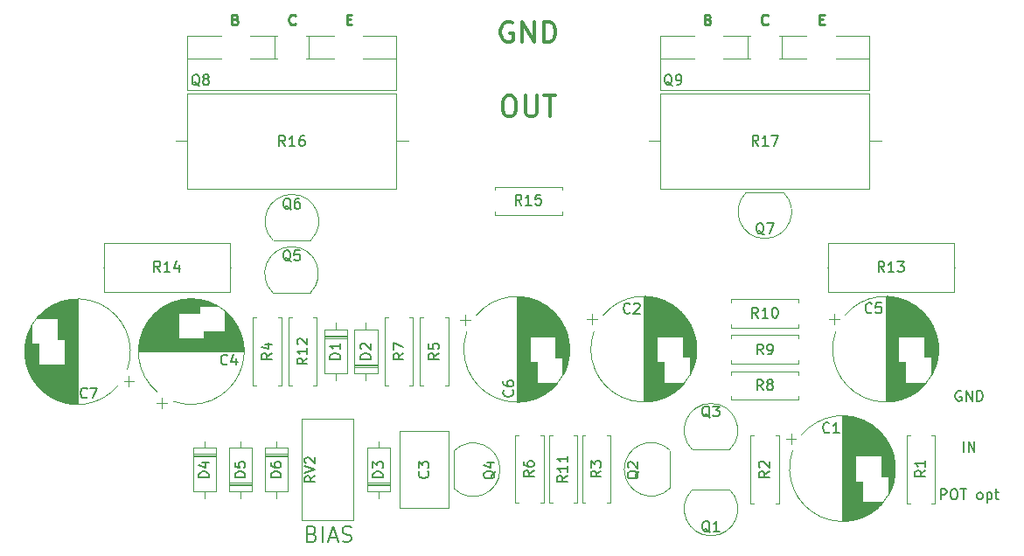
<source format=gbr>
%TF.GenerationSoftware,KiCad,Pcbnew,(6.0.0)*%
%TF.CreationDate,2022-08-29T21:40:36+01:00*%
%TF.ProjectId,Lynx amp Mini,4c796e78-2061-46d7-9020-4d696e692e6b,rev?*%
%TF.SameCoordinates,Original*%
%TF.FileFunction,Legend,Top*%
%TF.FilePolarity,Positive*%
%FSLAX46Y46*%
G04 Gerber Fmt 4.6, Leading zero omitted, Abs format (unit mm)*
G04 Created by KiCad (PCBNEW (6.0.0)) date 2022-08-29 21:40:36*
%MOMM*%
%LPD*%
G01*
G04 APERTURE LIST*
%ADD10C,0.250000*%
%ADD11C,0.150000*%
%ADD12C,0.300000*%
%ADD13C,0.120000*%
G04 APERTURE END LIST*
D10*
X142177619Y-34198571D02*
X142320476Y-34246190D01*
X142368095Y-34293809D01*
X142415714Y-34389047D01*
X142415714Y-34531904D01*
X142368095Y-34627142D01*
X142320476Y-34674761D01*
X142225238Y-34722380D01*
X141844285Y-34722380D01*
X141844285Y-33722380D01*
X142177619Y-33722380D01*
X142272857Y-33770000D01*
X142320476Y-33817619D01*
X142368095Y-33912857D01*
X142368095Y-34008095D01*
X142320476Y-34103333D01*
X142272857Y-34150952D01*
X142177619Y-34198571D01*
X141844285Y-34198571D01*
X147987142Y-34627142D02*
X147939523Y-34674761D01*
X147796666Y-34722380D01*
X147701428Y-34722380D01*
X147558571Y-34674761D01*
X147463333Y-34579523D01*
X147415714Y-34484285D01*
X147368095Y-34293809D01*
X147368095Y-34150952D01*
X147415714Y-33960476D01*
X147463333Y-33865238D01*
X147558571Y-33770000D01*
X147701428Y-33722380D01*
X147796666Y-33722380D01*
X147939523Y-33770000D01*
X147987142Y-33817619D01*
X152987142Y-34198571D02*
X153320476Y-34198571D01*
X153463333Y-34722380D02*
X152987142Y-34722380D01*
X152987142Y-33722380D01*
X153463333Y-33722380D01*
D11*
X166936190Y-76062380D02*
X166936190Y-75062380D01*
X167412380Y-76062380D02*
X167412380Y-75062380D01*
X167983809Y-76062380D01*
X167983809Y-75062380D01*
D12*
X122770000Y-41587794D02*
X123150952Y-41587794D01*
X123341428Y-41683033D01*
X123531904Y-41873509D01*
X123627142Y-42254461D01*
X123627142Y-42921128D01*
X123531904Y-43302080D01*
X123341428Y-43492556D01*
X123150952Y-43587794D01*
X122770000Y-43587794D01*
X122579523Y-43492556D01*
X122389047Y-43302080D01*
X122293809Y-42921128D01*
X122293809Y-42254461D01*
X122389047Y-41873509D01*
X122579523Y-41683033D01*
X122770000Y-41587794D01*
X124484285Y-41587794D02*
X124484285Y-43206842D01*
X124579523Y-43397318D01*
X124674761Y-43492556D01*
X124865238Y-43587794D01*
X125246190Y-43587794D01*
X125436666Y-43492556D01*
X125531904Y-43397318D01*
X125627142Y-43206842D01*
X125627142Y-41587794D01*
X126293809Y-41587794D02*
X127436666Y-41587794D01*
X126865238Y-43587794D02*
X126865238Y-41587794D01*
D11*
X166698095Y-70200000D02*
X166602857Y-70152380D01*
X166460000Y-70152380D01*
X166317142Y-70200000D01*
X166221904Y-70295238D01*
X166174285Y-70390476D01*
X166126666Y-70580952D01*
X166126666Y-70723809D01*
X166174285Y-70914285D01*
X166221904Y-71009523D01*
X166317142Y-71104761D01*
X166460000Y-71152380D01*
X166555238Y-71152380D01*
X166698095Y-71104761D01*
X166745714Y-71057142D01*
X166745714Y-70723809D01*
X166555238Y-70723809D01*
X167174285Y-71152380D02*
X167174285Y-70152380D01*
X167745714Y-71152380D01*
X167745714Y-70152380D01*
X168221904Y-71152380D02*
X168221904Y-70152380D01*
X168460000Y-70152380D01*
X168602857Y-70200000D01*
X168698095Y-70295238D01*
X168745714Y-70390476D01*
X168793333Y-70580952D01*
X168793333Y-70723809D01*
X168745714Y-70914285D01*
X168698095Y-71009523D01*
X168602857Y-71104761D01*
X168460000Y-71152380D01*
X168221904Y-71152380D01*
D12*
X123246190Y-34511101D02*
X123055714Y-34415862D01*
X122770000Y-34415862D01*
X122484285Y-34511101D01*
X122293809Y-34701577D01*
X122198571Y-34892053D01*
X122103333Y-35273005D01*
X122103333Y-35558720D01*
X122198571Y-35939672D01*
X122293809Y-36130148D01*
X122484285Y-36320624D01*
X122770000Y-36415862D01*
X122960476Y-36415862D01*
X123246190Y-36320624D01*
X123341428Y-36225386D01*
X123341428Y-35558720D01*
X122960476Y-35558720D01*
X124198571Y-36415862D02*
X124198571Y-34415862D01*
X125341428Y-36415862D01*
X125341428Y-34415862D01*
X126293809Y-36415862D02*
X126293809Y-34415862D01*
X126770000Y-34415862D01*
X127055714Y-34511101D01*
X127246190Y-34701577D01*
X127341428Y-34892053D01*
X127436666Y-35273005D01*
X127436666Y-35558720D01*
X127341428Y-35939672D01*
X127246190Y-36130148D01*
X127055714Y-36320624D01*
X126770000Y-36415862D01*
X126293809Y-36415862D01*
D10*
X96427619Y-34198571D02*
X96570476Y-34246190D01*
X96618095Y-34293809D01*
X96665714Y-34389047D01*
X96665714Y-34531904D01*
X96618095Y-34627142D01*
X96570476Y-34674761D01*
X96475238Y-34722380D01*
X96094285Y-34722380D01*
X96094285Y-33722380D01*
X96427619Y-33722380D01*
X96522857Y-33770000D01*
X96570476Y-33817619D01*
X96618095Y-33912857D01*
X96618095Y-34008095D01*
X96570476Y-34103333D01*
X96522857Y-34150952D01*
X96427619Y-34198571D01*
X96094285Y-34198571D01*
X102237142Y-34627142D02*
X102189523Y-34674761D01*
X102046666Y-34722380D01*
X101951428Y-34722380D01*
X101808571Y-34674761D01*
X101713333Y-34579523D01*
X101665714Y-34484285D01*
X101618095Y-34293809D01*
X101618095Y-34150952D01*
X101665714Y-33960476D01*
X101713333Y-33865238D01*
X101808571Y-33770000D01*
X101951428Y-33722380D01*
X102046666Y-33722380D01*
X102189523Y-33770000D01*
X102237142Y-33817619D01*
X107237142Y-34198571D02*
X107570476Y-34198571D01*
X107713333Y-34722380D02*
X107237142Y-34722380D01*
X107237142Y-33722380D01*
X107713333Y-33722380D01*
D11*
X103867691Y-84023176D02*
X104081976Y-84094604D01*
X104153405Y-84166033D01*
X104224834Y-84308890D01*
X104224834Y-84523176D01*
X104153405Y-84666033D01*
X104081976Y-84737461D01*
X103939119Y-84808890D01*
X103367691Y-84808890D01*
X103367691Y-83308890D01*
X103867691Y-83308890D01*
X104010548Y-83380319D01*
X104081976Y-83451747D01*
X104153405Y-83594604D01*
X104153405Y-83737461D01*
X104081976Y-83880319D01*
X104010548Y-83951747D01*
X103867691Y-84023176D01*
X103367691Y-84023176D01*
X104867691Y-84808890D02*
X104867691Y-83308890D01*
X105510548Y-84380319D02*
X106224834Y-84380319D01*
X105367691Y-84808890D02*
X105867691Y-83308890D01*
X106367691Y-84808890D01*
X106796262Y-84737461D02*
X107010548Y-84808890D01*
X107367691Y-84808890D01*
X107510548Y-84737461D01*
X107581976Y-84666033D01*
X107653405Y-84523176D01*
X107653405Y-84380319D01*
X107581976Y-84237461D01*
X107510548Y-84166033D01*
X107367691Y-84094604D01*
X107081976Y-84023176D01*
X106939119Y-83951747D01*
X106867691Y-83880319D01*
X106796262Y-83737461D01*
X106796262Y-83594604D01*
X106867691Y-83451747D01*
X106939119Y-83380319D01*
X107081976Y-83308890D01*
X107439119Y-83308890D01*
X107653405Y-83380319D01*
%TO.C,POT opt*%
X164722310Y-80682380D02*
X164722310Y-79682380D01*
X165103263Y-79682380D01*
X165198501Y-79730000D01*
X165246120Y-79777619D01*
X165293739Y-79872857D01*
X165293739Y-80015714D01*
X165246120Y-80110952D01*
X165198501Y-80158571D01*
X165103263Y-80206190D01*
X164722310Y-80206190D01*
X165912786Y-79682380D02*
X166103263Y-79682380D01*
X166198501Y-79730000D01*
X166293739Y-79825238D01*
X166341358Y-80015714D01*
X166341358Y-80349047D01*
X166293739Y-80539523D01*
X166198501Y-80634761D01*
X166103263Y-80682380D01*
X165912786Y-80682380D01*
X165817548Y-80634761D01*
X165722310Y-80539523D01*
X165674691Y-80349047D01*
X165674691Y-80015714D01*
X165722310Y-79825238D01*
X165817548Y-79730000D01*
X165912786Y-79682380D01*
X166627072Y-79682380D02*
X167198501Y-79682380D01*
X166912786Y-80682380D02*
X166912786Y-79682380D01*
X168436596Y-80682380D02*
X168341358Y-80634761D01*
X168293739Y-80587142D01*
X168246120Y-80491904D01*
X168246120Y-80206190D01*
X168293739Y-80110952D01*
X168341358Y-80063333D01*
X168436596Y-80015714D01*
X168579453Y-80015714D01*
X168674691Y-80063333D01*
X168722310Y-80110952D01*
X168769929Y-80206190D01*
X168769929Y-80491904D01*
X168722310Y-80587142D01*
X168674691Y-80634761D01*
X168579453Y-80682380D01*
X168436596Y-80682380D01*
X169198501Y-80015714D02*
X169198501Y-81015714D01*
X169198501Y-80063333D02*
X169293739Y-80015714D01*
X169484215Y-80015714D01*
X169579453Y-80063333D01*
X169627072Y-80110952D01*
X169674691Y-80206190D01*
X169674691Y-80491904D01*
X169627072Y-80587142D01*
X169579453Y-80634761D01*
X169484215Y-80682380D01*
X169293739Y-80682380D01*
X169198501Y-80634761D01*
X169960406Y-80015714D02*
X170341358Y-80015714D01*
X170103263Y-79682380D02*
X170103263Y-80539523D01*
X170150882Y-80634761D01*
X170246120Y-80682380D01*
X170341358Y-80682380D01*
%TO.C,R8*%
X147510427Y-70098773D02*
X147177094Y-69622583D01*
X146938998Y-70098773D02*
X146938998Y-69098773D01*
X147319951Y-69098773D01*
X147415189Y-69146393D01*
X147462808Y-69194012D01*
X147510427Y-69289250D01*
X147510427Y-69432107D01*
X147462808Y-69527345D01*
X147415189Y-69574964D01*
X147319951Y-69622583D01*
X146938998Y-69622583D01*
X148081855Y-69527345D02*
X147986617Y-69479726D01*
X147938998Y-69432107D01*
X147891379Y-69336869D01*
X147891379Y-69289250D01*
X147938998Y-69194012D01*
X147986617Y-69146393D01*
X148081855Y-69098773D01*
X148272332Y-69098773D01*
X148367570Y-69146393D01*
X148415189Y-69194012D01*
X148462808Y-69289250D01*
X148462808Y-69336869D01*
X148415189Y-69432107D01*
X148367570Y-69479726D01*
X148272332Y-69527345D01*
X148081855Y-69527345D01*
X147986617Y-69574964D01*
X147938998Y-69622583D01*
X147891379Y-69717821D01*
X147891379Y-69908297D01*
X147938998Y-70003535D01*
X147986617Y-70051154D01*
X148081855Y-70098773D01*
X148272332Y-70098773D01*
X148367570Y-70051154D01*
X148415189Y-70003535D01*
X148462808Y-69908297D01*
X148462808Y-69717821D01*
X148415189Y-69622583D01*
X148367570Y-69574964D01*
X148272332Y-69527345D01*
%TO.C,D5*%
X97379995Y-78560803D02*
X96379995Y-78560803D01*
X96379995Y-78322708D01*
X96427615Y-78179850D01*
X96522853Y-78084612D01*
X96618091Y-78036993D01*
X96808567Y-77989374D01*
X96951424Y-77989374D01*
X97141900Y-78036993D01*
X97237138Y-78084612D01*
X97332376Y-78179850D01*
X97379995Y-78322708D01*
X97379995Y-78560803D01*
X96379995Y-77084612D02*
X96379995Y-77560803D01*
X96856186Y-77608422D01*
X96808567Y-77560803D01*
X96760948Y-77465565D01*
X96760948Y-77227469D01*
X96808567Y-77132231D01*
X96856186Y-77084612D01*
X96951424Y-77036993D01*
X97189519Y-77036993D01*
X97284757Y-77084612D01*
X97332376Y-77132231D01*
X97379995Y-77227469D01*
X97379995Y-77465565D01*
X97332376Y-77560803D01*
X97284757Y-77608422D01*
%TO.C,R15*%
X124137142Y-52174271D02*
X123803809Y-51698081D01*
X123565714Y-52174271D02*
X123565714Y-51174271D01*
X123946666Y-51174271D01*
X124041904Y-51221891D01*
X124089523Y-51269510D01*
X124137142Y-51364748D01*
X124137142Y-51507605D01*
X124089523Y-51602843D01*
X124041904Y-51650462D01*
X123946666Y-51698081D01*
X123565714Y-51698081D01*
X125089523Y-52174271D02*
X124518095Y-52174271D01*
X124803809Y-52174271D02*
X124803809Y-51174271D01*
X124708571Y-51317129D01*
X124613333Y-51412367D01*
X124518095Y-51459986D01*
X125994285Y-51174271D02*
X125518095Y-51174271D01*
X125470476Y-51650462D01*
X125518095Y-51602843D01*
X125613333Y-51555224D01*
X125851428Y-51555224D01*
X125946666Y-51602843D01*
X125994285Y-51650462D01*
X126041904Y-51745700D01*
X126041904Y-51983795D01*
X125994285Y-52079033D01*
X125946666Y-52126652D01*
X125851428Y-52174271D01*
X125613333Y-52174271D01*
X125518095Y-52126652D01*
X125470476Y-52079033D01*
%TO.C,R6*%
X125333341Y-77911666D02*
X124857151Y-78245000D01*
X125333341Y-78483095D02*
X124333341Y-78483095D01*
X124333341Y-78102142D01*
X124380961Y-78006904D01*
X124428580Y-77959285D01*
X124523818Y-77911666D01*
X124666675Y-77911666D01*
X124761913Y-77959285D01*
X124809532Y-78006904D01*
X124857151Y-78102142D01*
X124857151Y-78483095D01*
X124333341Y-77054523D02*
X124333341Y-77245000D01*
X124380961Y-77340238D01*
X124428580Y-77387857D01*
X124571437Y-77483095D01*
X124761913Y-77530714D01*
X125142865Y-77530714D01*
X125238103Y-77483095D01*
X125285722Y-77435476D01*
X125333341Y-77340238D01*
X125333341Y-77149761D01*
X125285722Y-77054523D01*
X125238103Y-77006904D01*
X125142865Y-76959285D01*
X124904770Y-76959285D01*
X124809532Y-77006904D01*
X124761913Y-77054523D01*
X124714294Y-77149761D01*
X124714294Y-77340238D01*
X124761913Y-77435476D01*
X124809532Y-77483095D01*
X124904770Y-77530714D01*
%TO.C,R16*%
X101257142Y-46462614D02*
X100923809Y-45986424D01*
X100685714Y-46462614D02*
X100685714Y-45462614D01*
X101066666Y-45462614D01*
X101161904Y-45510234D01*
X101209523Y-45557853D01*
X101257142Y-45653091D01*
X101257142Y-45795948D01*
X101209523Y-45891186D01*
X101161904Y-45938805D01*
X101066666Y-45986424D01*
X100685714Y-45986424D01*
X102209523Y-46462614D02*
X101638095Y-46462614D01*
X101923809Y-46462614D02*
X101923809Y-45462614D01*
X101828571Y-45605472D01*
X101733333Y-45700710D01*
X101638095Y-45748329D01*
X103066666Y-45462614D02*
X102876190Y-45462614D01*
X102780952Y-45510234D01*
X102733333Y-45557853D01*
X102638095Y-45700710D01*
X102590476Y-45891186D01*
X102590476Y-46272138D01*
X102638095Y-46367376D01*
X102685714Y-46414995D01*
X102780952Y-46462614D01*
X102971428Y-46462614D01*
X103066666Y-46414995D01*
X103114285Y-46367376D01*
X103161904Y-46272138D01*
X103161904Y-46034043D01*
X103114285Y-45938805D01*
X103066666Y-45891186D01*
X102971428Y-45843567D01*
X102780952Y-45843567D01*
X102685714Y-45891186D01*
X102638095Y-45938805D01*
X102590476Y-46034043D01*
%TO.C,C2*%
X134620427Y-62577500D02*
X134572808Y-62625119D01*
X134429951Y-62672738D01*
X134334713Y-62672738D01*
X134191855Y-62625119D01*
X134096617Y-62529881D01*
X134048998Y-62434643D01*
X134001379Y-62244167D01*
X134001379Y-62101310D01*
X134048998Y-61910834D01*
X134096617Y-61815596D01*
X134191855Y-61720358D01*
X134334713Y-61672738D01*
X134429951Y-61672738D01*
X134572808Y-61720358D01*
X134620427Y-61767977D01*
X135001379Y-61767977D02*
X135048998Y-61720358D01*
X135144236Y-61672738D01*
X135382332Y-61672738D01*
X135477570Y-61720358D01*
X135525189Y-61767977D01*
X135572808Y-61863215D01*
X135572808Y-61958453D01*
X135525189Y-62101310D01*
X134953760Y-62672738D01*
X135572808Y-62672738D01*
%TO.C,R13*%
X159257142Y-58652323D02*
X158923809Y-58176133D01*
X158685714Y-58652323D02*
X158685714Y-57652323D01*
X159066666Y-57652323D01*
X159161904Y-57699943D01*
X159209523Y-57747562D01*
X159257142Y-57842800D01*
X159257142Y-57985657D01*
X159209523Y-58080895D01*
X159161904Y-58128514D01*
X159066666Y-58176133D01*
X158685714Y-58176133D01*
X160209523Y-58652323D02*
X159638095Y-58652323D01*
X159923809Y-58652323D02*
X159923809Y-57652323D01*
X159828571Y-57795181D01*
X159733333Y-57890419D01*
X159638095Y-57938038D01*
X160542857Y-57652323D02*
X161161904Y-57652323D01*
X160828571Y-58033276D01*
X160971428Y-58033276D01*
X161066666Y-58080895D01*
X161114285Y-58128514D01*
X161161904Y-58223752D01*
X161161904Y-58461847D01*
X161114285Y-58557085D01*
X161066666Y-58604704D01*
X160971428Y-58652323D01*
X160685714Y-58652323D01*
X160590476Y-58604704D01*
X160542857Y-58557085D01*
%TO.C,R11*%
X128583341Y-78387857D02*
X128107151Y-78721190D01*
X128583341Y-78959285D02*
X127583341Y-78959285D01*
X127583341Y-78578333D01*
X127630961Y-78483095D01*
X127678580Y-78435476D01*
X127773818Y-78387857D01*
X127916675Y-78387857D01*
X128011913Y-78435476D01*
X128059532Y-78483095D01*
X128107151Y-78578333D01*
X128107151Y-78959285D01*
X128583341Y-77435476D02*
X128583341Y-78006904D01*
X128583341Y-77721190D02*
X127583341Y-77721190D01*
X127726199Y-77816428D01*
X127821437Y-77911666D01*
X127869056Y-78006904D01*
X128583341Y-76483095D02*
X128583341Y-77054523D01*
X128583341Y-76768809D02*
X127583341Y-76768809D01*
X127726199Y-76864047D01*
X127821437Y-76959285D01*
X127869056Y-77054523D01*
%TO.C,Q7*%
X147594761Y-55030327D02*
X147499523Y-54982708D01*
X147404285Y-54887469D01*
X147261428Y-54744612D01*
X147166190Y-54696993D01*
X147070952Y-54696993D01*
X147118571Y-54935088D02*
X147023333Y-54887469D01*
X146928095Y-54792231D01*
X146880476Y-54601755D01*
X146880476Y-54268422D01*
X146928095Y-54077946D01*
X147023333Y-53982708D01*
X147118571Y-53935088D01*
X147309047Y-53935088D01*
X147404285Y-53982708D01*
X147499523Y-54077946D01*
X147547142Y-54268422D01*
X147547142Y-54601755D01*
X147499523Y-54792231D01*
X147404285Y-54887469D01*
X147309047Y-54935088D01*
X147118571Y-54935088D01*
X147880476Y-53935088D02*
X148547142Y-53935088D01*
X148118571Y-54935088D01*
%TO.C,Q6*%
X101804761Y-52623914D02*
X101709523Y-52576295D01*
X101614285Y-52481056D01*
X101471428Y-52338199D01*
X101376190Y-52290580D01*
X101280952Y-52290580D01*
X101328571Y-52528675D02*
X101233333Y-52481056D01*
X101138095Y-52385818D01*
X101090476Y-52195342D01*
X101090476Y-51862009D01*
X101138095Y-51671533D01*
X101233333Y-51576295D01*
X101328571Y-51528675D01*
X101519047Y-51528675D01*
X101614285Y-51576295D01*
X101709523Y-51671533D01*
X101757142Y-51862009D01*
X101757142Y-52195342D01*
X101709523Y-52385818D01*
X101614285Y-52481056D01*
X101519047Y-52528675D01*
X101328571Y-52528675D01*
X102614285Y-51528675D02*
X102423809Y-51528675D01*
X102328571Y-51576295D01*
X102280952Y-51623914D01*
X102185714Y-51766771D01*
X102138095Y-51957247D01*
X102138095Y-52338199D01*
X102185714Y-52433437D01*
X102233333Y-52481056D01*
X102328571Y-52528675D01*
X102519047Y-52528675D01*
X102614285Y-52481056D01*
X102661904Y-52433437D01*
X102709523Y-52338199D01*
X102709523Y-52100104D01*
X102661904Y-52004866D01*
X102614285Y-51957247D01*
X102519047Y-51909628D01*
X102328571Y-51909628D01*
X102233333Y-51957247D01*
X102185714Y-52004866D01*
X102138095Y-52100104D01*
%TO.C,Q2*%
X135483735Y-77943464D02*
X135436116Y-78038702D01*
X135340877Y-78133940D01*
X135198020Y-78276797D01*
X135150401Y-78372035D01*
X135150401Y-78467273D01*
X135388496Y-78419654D02*
X135340877Y-78514892D01*
X135245639Y-78610130D01*
X135055163Y-78657749D01*
X134721830Y-78657749D01*
X134531354Y-78610130D01*
X134436116Y-78514892D01*
X134388496Y-78419654D01*
X134388496Y-78229178D01*
X134436116Y-78133940D01*
X134531354Y-78038702D01*
X134721830Y-77991083D01*
X135055163Y-77991083D01*
X135245639Y-78038702D01*
X135340877Y-78133940D01*
X135388496Y-78229178D01*
X135388496Y-78419654D01*
X134483735Y-77610130D02*
X134436116Y-77562511D01*
X134388496Y-77467273D01*
X134388496Y-77229178D01*
X134436116Y-77133940D01*
X134483735Y-77086321D01*
X134578973Y-77038702D01*
X134674211Y-77038702D01*
X134817068Y-77086321D01*
X135388496Y-77657749D01*
X135388496Y-77038702D01*
%TO.C,R4*%
X99962008Y-66521666D02*
X99485818Y-66855000D01*
X99962008Y-67093095D02*
X98962008Y-67093095D01*
X98962008Y-66712142D01*
X99009628Y-66616904D01*
X99057247Y-66569285D01*
X99152485Y-66521666D01*
X99295342Y-66521666D01*
X99390580Y-66569285D01*
X99438199Y-66616904D01*
X99485818Y-66712142D01*
X99485818Y-67093095D01*
X99295342Y-65664523D02*
X99962008Y-65664523D01*
X98914389Y-65902619D02*
X99628675Y-66140714D01*
X99628675Y-65521666D01*
%TO.C,D2*%
X109516730Y-67093095D02*
X108516730Y-67093095D01*
X108516730Y-66855000D01*
X108564350Y-66712142D01*
X108659588Y-66616904D01*
X108754826Y-66569285D01*
X108945302Y-66521666D01*
X109088159Y-66521666D01*
X109278635Y-66569285D01*
X109373873Y-66616904D01*
X109469111Y-66712142D01*
X109516730Y-66855000D01*
X109516730Y-67093095D01*
X108611969Y-66140714D02*
X108564350Y-66093095D01*
X108516730Y-65997857D01*
X108516730Y-65759761D01*
X108564350Y-65664523D01*
X108611969Y-65616904D01*
X108707207Y-65569285D01*
X108802445Y-65569285D01*
X108945302Y-65616904D01*
X109516730Y-66188333D01*
X109516730Y-65569285D01*
%TO.C,C3*%
X115066199Y-77989374D02*
X115113818Y-78036993D01*
X115161437Y-78179850D01*
X115161437Y-78275088D01*
X115113818Y-78417946D01*
X115018580Y-78513184D01*
X114923342Y-78560803D01*
X114732866Y-78608422D01*
X114590009Y-78608422D01*
X114399533Y-78560803D01*
X114304295Y-78513184D01*
X114209057Y-78417946D01*
X114161437Y-78275088D01*
X114161437Y-78179850D01*
X114209057Y-78036993D01*
X114256676Y-77989374D01*
X114161437Y-77656041D02*
X114161437Y-77036993D01*
X114542390Y-77370327D01*
X114542390Y-77227469D01*
X114590009Y-77132231D01*
X114637628Y-77084612D01*
X114732866Y-77036993D01*
X114970961Y-77036993D01*
X115066199Y-77084612D01*
X115113818Y-77132231D01*
X115161437Y-77227469D01*
X115161437Y-77513184D01*
X115113818Y-77608422D01*
X115066199Y-77656041D01*
%TO.C,C1*%
X153942457Y-74147553D02*
X153894838Y-74195172D01*
X153751981Y-74242791D01*
X153656743Y-74242791D01*
X153513885Y-74195172D01*
X153418647Y-74099934D01*
X153371028Y-74004696D01*
X153323409Y-73814220D01*
X153323409Y-73671363D01*
X153371028Y-73480887D01*
X153418647Y-73385649D01*
X153513885Y-73290411D01*
X153656743Y-73242791D01*
X153751981Y-73242791D01*
X153894838Y-73290411D01*
X153942457Y-73338030D01*
X154894838Y-74242791D02*
X154323409Y-74242791D01*
X154609124Y-74242791D02*
X154609124Y-73242791D01*
X154513885Y-73385649D01*
X154418647Y-73480887D01*
X154323409Y-73528506D01*
%TO.C,D3*%
X110729995Y-78560803D02*
X109729995Y-78560803D01*
X109729995Y-78322708D01*
X109777615Y-78179850D01*
X109872853Y-78084612D01*
X109968091Y-78036993D01*
X110158567Y-77989374D01*
X110301424Y-77989374D01*
X110491900Y-78036993D01*
X110587138Y-78084612D01*
X110682376Y-78179850D01*
X110729995Y-78322708D01*
X110729995Y-78560803D01*
X109729995Y-77656041D02*
X109729995Y-77036993D01*
X110110948Y-77370327D01*
X110110948Y-77227469D01*
X110158567Y-77132231D01*
X110206186Y-77084612D01*
X110301424Y-77036993D01*
X110539519Y-77036993D01*
X110634757Y-77084612D01*
X110682376Y-77132231D01*
X110729995Y-77227469D01*
X110729995Y-77513184D01*
X110682376Y-77608422D01*
X110634757Y-77656041D01*
%TO.C,RV2*%
X104143833Y-78417946D02*
X103667643Y-78751279D01*
X104143833Y-78989374D02*
X103143833Y-78989374D01*
X103143833Y-78608422D01*
X103191453Y-78513184D01*
X103239072Y-78465565D01*
X103334310Y-78417946D01*
X103477167Y-78417946D01*
X103572405Y-78465565D01*
X103620024Y-78513184D01*
X103667643Y-78608422D01*
X103667643Y-78989374D01*
X103143833Y-78132231D02*
X104143833Y-77798898D01*
X103143833Y-77465565D01*
X103239072Y-77179850D02*
X103191453Y-77132231D01*
X103143833Y-77036993D01*
X103143833Y-76798898D01*
X103191453Y-76703660D01*
X103239072Y-76656041D01*
X103334310Y-76608422D01*
X103429548Y-76608422D01*
X103572405Y-76656041D01*
X104143833Y-77227469D01*
X104143833Y-76608422D01*
%TO.C,C7*%
X82063333Y-70777142D02*
X82015714Y-70824761D01*
X81872857Y-70872380D01*
X81777619Y-70872380D01*
X81634761Y-70824761D01*
X81539523Y-70729523D01*
X81491904Y-70634285D01*
X81444285Y-70443809D01*
X81444285Y-70300952D01*
X81491904Y-70110476D01*
X81539523Y-70015238D01*
X81634761Y-69920000D01*
X81777619Y-69872380D01*
X81872857Y-69872380D01*
X82015714Y-69920000D01*
X82063333Y-69967619D01*
X82396666Y-69872380D02*
X83063333Y-69872380D01*
X82634761Y-70872380D01*
%TO.C,D4*%
X93884995Y-78560803D02*
X92884995Y-78560803D01*
X92884995Y-78322708D01*
X92932615Y-78179850D01*
X93027853Y-78084612D01*
X93123091Y-78036993D01*
X93313567Y-77989374D01*
X93456424Y-77989374D01*
X93646900Y-78036993D01*
X93742138Y-78084612D01*
X93837376Y-78179850D01*
X93884995Y-78322708D01*
X93884995Y-78560803D01*
X93218329Y-77132231D02*
X93884995Y-77132231D01*
X92837376Y-77370327D02*
X93551662Y-77608422D01*
X93551662Y-76989374D01*
%TO.C,Q1*%
X142381855Y-83884388D02*
X142286617Y-83836769D01*
X142191379Y-83741530D01*
X142048522Y-83598673D01*
X141953284Y-83551054D01*
X141858046Y-83551054D01*
X141905665Y-83789149D02*
X141810427Y-83741530D01*
X141715189Y-83646292D01*
X141667570Y-83455816D01*
X141667570Y-83122483D01*
X141715189Y-82932007D01*
X141810427Y-82836769D01*
X141905665Y-82789149D01*
X142096141Y-82789149D01*
X142191379Y-82836769D01*
X142286617Y-82932007D01*
X142334236Y-83122483D01*
X142334236Y-83455816D01*
X142286617Y-83646292D01*
X142191379Y-83741530D01*
X142096141Y-83789149D01*
X141905665Y-83789149D01*
X143286617Y-83789149D02*
X142715189Y-83789149D01*
X143000903Y-83789149D02*
X143000903Y-82789149D01*
X142905665Y-82932007D01*
X142810427Y-83027245D01*
X142715189Y-83074864D01*
%TO.C,C6*%
X123249954Y-70108895D02*
X123297573Y-70156514D01*
X123345192Y-70299371D01*
X123345192Y-70394609D01*
X123297573Y-70537467D01*
X123202335Y-70632705D01*
X123107097Y-70680324D01*
X122916621Y-70727943D01*
X122773764Y-70727943D01*
X122583288Y-70680324D01*
X122488050Y-70632705D01*
X122392812Y-70537467D01*
X122345192Y-70394609D01*
X122345192Y-70299371D01*
X122392812Y-70156514D01*
X122440431Y-70108895D01*
X122345192Y-69251752D02*
X122345192Y-69442229D01*
X122392812Y-69537467D01*
X122440431Y-69585086D01*
X122583288Y-69680324D01*
X122773764Y-69727943D01*
X123154716Y-69727943D01*
X123249954Y-69680324D01*
X123297573Y-69632705D01*
X123345192Y-69537467D01*
X123345192Y-69346990D01*
X123297573Y-69251752D01*
X123249954Y-69204133D01*
X123154716Y-69156514D01*
X122916621Y-69156514D01*
X122821383Y-69204133D01*
X122773764Y-69251752D01*
X122726145Y-69346990D01*
X122726145Y-69537467D01*
X122773764Y-69632705D01*
X122821383Y-69680324D01*
X122916621Y-69727943D01*
%TO.C,Q4*%
X121582273Y-77942946D02*
X121534654Y-78038184D01*
X121439415Y-78133422D01*
X121296558Y-78276279D01*
X121248939Y-78371517D01*
X121248939Y-78466755D01*
X121487034Y-78419136D02*
X121439415Y-78514374D01*
X121344177Y-78609612D01*
X121153701Y-78657231D01*
X120820368Y-78657231D01*
X120629892Y-78609612D01*
X120534654Y-78514374D01*
X120487034Y-78419136D01*
X120487034Y-78228660D01*
X120534654Y-78133422D01*
X120629892Y-78038184D01*
X120820368Y-77990565D01*
X121153701Y-77990565D01*
X121344177Y-78038184D01*
X121439415Y-78133422D01*
X121487034Y-78228660D01*
X121487034Y-78419136D01*
X120820368Y-77133422D02*
X121487034Y-77133422D01*
X120439415Y-77371517D02*
X121153701Y-77609612D01*
X121153701Y-76990565D01*
%TO.C,D6*%
X100854995Y-78560803D02*
X99854995Y-78560803D01*
X99854995Y-78322708D01*
X99902615Y-78179850D01*
X99997853Y-78084612D01*
X100093091Y-78036993D01*
X100283567Y-77989374D01*
X100426424Y-77989374D01*
X100616900Y-78036993D01*
X100712138Y-78084612D01*
X100807376Y-78179850D01*
X100854995Y-78322708D01*
X100854995Y-78560803D01*
X99854995Y-77132231D02*
X99854995Y-77322708D01*
X99902615Y-77417946D01*
X99950234Y-77465565D01*
X100093091Y-77560803D01*
X100283567Y-77608422D01*
X100664519Y-77608422D01*
X100759757Y-77560803D01*
X100807376Y-77513184D01*
X100854995Y-77417946D01*
X100854995Y-77227469D01*
X100807376Y-77132231D01*
X100759757Y-77084612D01*
X100664519Y-77036993D01*
X100426424Y-77036993D01*
X100331186Y-77084612D01*
X100283567Y-77132231D01*
X100235948Y-77227469D01*
X100235948Y-77417946D01*
X100283567Y-77513184D01*
X100331186Y-77560803D01*
X100426424Y-77608422D01*
%TO.C,Q5*%
X101794761Y-57631597D02*
X101699523Y-57583978D01*
X101604285Y-57488739D01*
X101461428Y-57345882D01*
X101366190Y-57298263D01*
X101270952Y-57298263D01*
X101318571Y-57536358D02*
X101223333Y-57488739D01*
X101128095Y-57393501D01*
X101080476Y-57203025D01*
X101080476Y-56869692D01*
X101128095Y-56679216D01*
X101223333Y-56583978D01*
X101318571Y-56536358D01*
X101509047Y-56536358D01*
X101604285Y-56583978D01*
X101699523Y-56679216D01*
X101747142Y-56869692D01*
X101747142Y-57203025D01*
X101699523Y-57393501D01*
X101604285Y-57488739D01*
X101509047Y-57536358D01*
X101318571Y-57536358D01*
X102651904Y-56536358D02*
X102175714Y-56536358D01*
X102128095Y-57012549D01*
X102175714Y-56964930D01*
X102270952Y-56917311D01*
X102509047Y-56917311D01*
X102604285Y-56964930D01*
X102651904Y-57012549D01*
X102699523Y-57107787D01*
X102699523Y-57345882D01*
X102651904Y-57441120D01*
X102604285Y-57488739D01*
X102509047Y-57536358D01*
X102270952Y-57536358D01*
X102175714Y-57488739D01*
X102128095Y-57441120D01*
%TO.C,R9*%
X147520427Y-66647738D02*
X147187094Y-66171548D01*
X146948998Y-66647738D02*
X146948998Y-65647738D01*
X147329951Y-65647738D01*
X147425189Y-65695358D01*
X147472808Y-65742977D01*
X147520427Y-65838215D01*
X147520427Y-65981072D01*
X147472808Y-66076310D01*
X147425189Y-66123929D01*
X147329951Y-66171548D01*
X146948998Y-66171548D01*
X147996617Y-66647738D02*
X148187094Y-66647738D01*
X148282332Y-66600119D01*
X148329951Y-66552500D01*
X148425189Y-66409643D01*
X148472808Y-66219167D01*
X148472808Y-65838215D01*
X148425189Y-65742977D01*
X148377570Y-65695358D01*
X148282332Y-65647738D01*
X148091855Y-65647738D01*
X147996617Y-65695358D01*
X147948998Y-65742977D01*
X147901379Y-65838215D01*
X147901379Y-66076310D01*
X147948998Y-66171548D01*
X147996617Y-66219167D01*
X148091855Y-66266786D01*
X148282332Y-66266786D01*
X148377570Y-66219167D01*
X148425189Y-66171548D01*
X148472808Y-66076310D01*
%TO.C,Q3*%
X142381855Y-72752026D02*
X142286617Y-72704407D01*
X142191379Y-72609168D01*
X142048522Y-72466311D01*
X141953284Y-72418692D01*
X141858046Y-72418692D01*
X141905665Y-72656787D02*
X141810427Y-72609168D01*
X141715189Y-72513930D01*
X141667570Y-72323454D01*
X141667570Y-71990121D01*
X141715189Y-71799645D01*
X141810427Y-71704407D01*
X141905665Y-71656787D01*
X142096141Y-71656787D01*
X142191379Y-71704407D01*
X142286617Y-71799645D01*
X142334236Y-71990121D01*
X142334236Y-72323454D01*
X142286617Y-72513930D01*
X142191379Y-72609168D01*
X142096141Y-72656787D01*
X141905665Y-72656787D01*
X142667570Y-71656787D02*
X143286617Y-71656787D01*
X142953284Y-72037740D01*
X143096141Y-72037740D01*
X143191379Y-72085359D01*
X143238998Y-72132978D01*
X143286617Y-72228216D01*
X143286617Y-72466311D01*
X143238998Y-72561549D01*
X143191379Y-72609168D01*
X143096141Y-72656787D01*
X142810427Y-72656787D01*
X142715189Y-72609168D01*
X142667570Y-72561549D01*
%TO.C,Q9*%
X138714761Y-40617619D02*
X138619523Y-40570000D01*
X138524285Y-40474761D01*
X138381428Y-40331904D01*
X138286190Y-40284285D01*
X138190952Y-40284285D01*
X138238571Y-40522380D02*
X138143333Y-40474761D01*
X138048095Y-40379523D01*
X138000476Y-40189047D01*
X138000476Y-39855714D01*
X138048095Y-39665238D01*
X138143333Y-39570000D01*
X138238571Y-39522380D01*
X138429047Y-39522380D01*
X138524285Y-39570000D01*
X138619523Y-39665238D01*
X138667142Y-39855714D01*
X138667142Y-40189047D01*
X138619523Y-40379523D01*
X138524285Y-40474761D01*
X138429047Y-40522380D01*
X138238571Y-40522380D01*
X139143333Y-40522380D02*
X139333809Y-40522380D01*
X139429047Y-40474761D01*
X139476666Y-40427142D01*
X139571904Y-40284285D01*
X139619523Y-40093809D01*
X139619523Y-39712857D01*
X139571904Y-39617619D01*
X139524285Y-39570000D01*
X139429047Y-39522380D01*
X139238571Y-39522380D01*
X139143333Y-39570000D01*
X139095714Y-39617619D01*
X139048095Y-39712857D01*
X139048095Y-39950952D01*
X139095714Y-40046190D01*
X139143333Y-40093809D01*
X139238571Y-40141428D01*
X139429047Y-40141428D01*
X139524285Y-40093809D01*
X139571904Y-40046190D01*
X139619523Y-39950952D01*
%TO.C,R1*%
X163236504Y-77882077D02*
X162760314Y-78215411D01*
X163236504Y-78453506D02*
X162236504Y-78453506D01*
X162236504Y-78072553D01*
X162284124Y-77977315D01*
X162331743Y-77929696D01*
X162426981Y-77882077D01*
X162569838Y-77882077D01*
X162665076Y-77929696D01*
X162712695Y-77977315D01*
X162760314Y-78072553D01*
X162760314Y-78453506D01*
X163236504Y-76929696D02*
X163236504Y-77501125D01*
X163236504Y-77215411D02*
X162236504Y-77215411D01*
X162379362Y-77310649D01*
X162474600Y-77405887D01*
X162522219Y-77501125D01*
%TO.C,R5*%
X116136468Y-66521666D02*
X115660278Y-66855000D01*
X116136468Y-67093095D02*
X115136468Y-67093095D01*
X115136468Y-66712142D01*
X115184088Y-66616904D01*
X115231707Y-66569285D01*
X115326945Y-66521666D01*
X115469802Y-66521666D01*
X115565040Y-66569285D01*
X115612659Y-66616904D01*
X115660278Y-66712142D01*
X115660278Y-67093095D01*
X115136468Y-65616904D02*
X115136468Y-66093095D01*
X115612659Y-66140714D01*
X115565040Y-66093095D01*
X115517421Y-65997857D01*
X115517421Y-65759761D01*
X115565040Y-65664523D01*
X115612659Y-65616904D01*
X115707897Y-65569285D01*
X115945992Y-65569285D01*
X116041230Y-65616904D01*
X116088849Y-65664523D01*
X116136468Y-65759761D01*
X116136468Y-65997857D01*
X116088849Y-66093095D01*
X116041230Y-66140714D01*
%TO.C,R17*%
X147067142Y-46424614D02*
X146733809Y-45948424D01*
X146495714Y-46424614D02*
X146495714Y-45424614D01*
X146876666Y-45424614D01*
X146971904Y-45472234D01*
X147019523Y-45519853D01*
X147067142Y-45615091D01*
X147067142Y-45757948D01*
X147019523Y-45853186D01*
X146971904Y-45900805D01*
X146876666Y-45948424D01*
X146495714Y-45948424D01*
X148019523Y-46424614D02*
X147448095Y-46424614D01*
X147733809Y-46424614D02*
X147733809Y-45424614D01*
X147638571Y-45567472D01*
X147543333Y-45662710D01*
X147448095Y-45710329D01*
X148352857Y-45424614D02*
X149019523Y-45424614D01*
X148590952Y-46424614D01*
%TO.C,Q8*%
X92964761Y-40647619D02*
X92869523Y-40600000D01*
X92774285Y-40504761D01*
X92631428Y-40361904D01*
X92536190Y-40314285D01*
X92440952Y-40314285D01*
X92488571Y-40552380D02*
X92393333Y-40504761D01*
X92298095Y-40409523D01*
X92250476Y-40219047D01*
X92250476Y-39885714D01*
X92298095Y-39695238D01*
X92393333Y-39600000D01*
X92488571Y-39552380D01*
X92679047Y-39552380D01*
X92774285Y-39600000D01*
X92869523Y-39695238D01*
X92917142Y-39885714D01*
X92917142Y-40219047D01*
X92869523Y-40409523D01*
X92774285Y-40504761D01*
X92679047Y-40552380D01*
X92488571Y-40552380D01*
X93488571Y-39980952D02*
X93393333Y-39933333D01*
X93345714Y-39885714D01*
X93298095Y-39790476D01*
X93298095Y-39742857D01*
X93345714Y-39647619D01*
X93393333Y-39600000D01*
X93488571Y-39552380D01*
X93679047Y-39552380D01*
X93774285Y-39600000D01*
X93821904Y-39647619D01*
X93869523Y-39742857D01*
X93869523Y-39790476D01*
X93821904Y-39885714D01*
X93774285Y-39933333D01*
X93679047Y-39980952D01*
X93488571Y-39980952D01*
X93393333Y-40028571D01*
X93345714Y-40076190D01*
X93298095Y-40171428D01*
X93298095Y-40361904D01*
X93345714Y-40457142D01*
X93393333Y-40504761D01*
X93488571Y-40552380D01*
X93679047Y-40552380D01*
X93774285Y-40504761D01*
X93821904Y-40457142D01*
X93869523Y-40361904D01*
X93869523Y-40171428D01*
X93821904Y-40076190D01*
X93774285Y-40028571D01*
X93679047Y-39980952D01*
%TO.C,R3*%
X131834215Y-77916666D02*
X131358025Y-78250000D01*
X131834215Y-78488095D02*
X130834215Y-78488095D01*
X130834215Y-78107142D01*
X130881835Y-78011904D01*
X130929454Y-77964285D01*
X131024692Y-77916666D01*
X131167549Y-77916666D01*
X131262787Y-77964285D01*
X131310406Y-78011904D01*
X131358025Y-78107142D01*
X131358025Y-78488095D01*
X130834215Y-77583333D02*
X130834215Y-76964285D01*
X131215168Y-77297619D01*
X131215168Y-77154761D01*
X131262787Y-77059523D01*
X131310406Y-77011904D01*
X131405644Y-76964285D01*
X131643739Y-76964285D01*
X131738977Y-77011904D01*
X131786596Y-77059523D01*
X131834215Y-77154761D01*
X131834215Y-77440476D01*
X131786596Y-77535714D01*
X131738977Y-77583333D01*
%TO.C,R12*%
X103396543Y-66997857D02*
X102920353Y-67331190D01*
X103396543Y-67569285D02*
X102396543Y-67569285D01*
X102396543Y-67188333D01*
X102444163Y-67093095D01*
X102491782Y-67045476D01*
X102587020Y-66997857D01*
X102729877Y-66997857D01*
X102825115Y-67045476D01*
X102872734Y-67093095D01*
X102920353Y-67188333D01*
X102920353Y-67569285D01*
X103396543Y-66045476D02*
X103396543Y-66616904D01*
X103396543Y-66331190D02*
X102396543Y-66331190D01*
X102539401Y-66426428D01*
X102634639Y-66521666D01*
X102682258Y-66616904D01*
X102491782Y-65664523D02*
X102444163Y-65616904D01*
X102396543Y-65521666D01*
X102396543Y-65283571D01*
X102444163Y-65188333D01*
X102491782Y-65140714D01*
X102587020Y-65093095D01*
X102682258Y-65093095D01*
X102825115Y-65140714D01*
X103396543Y-65712142D01*
X103396543Y-65093095D01*
%TO.C,R10*%
X147044236Y-63097738D02*
X146710903Y-62621548D01*
X146472808Y-63097738D02*
X146472808Y-62097738D01*
X146853760Y-62097738D01*
X146948998Y-62145358D01*
X146996617Y-62192977D01*
X147044236Y-62288215D01*
X147044236Y-62431072D01*
X146996617Y-62526310D01*
X146948998Y-62573929D01*
X146853760Y-62621548D01*
X146472808Y-62621548D01*
X147996617Y-63097738D02*
X147425189Y-63097738D01*
X147710903Y-63097738D02*
X147710903Y-62097738D01*
X147615665Y-62240596D01*
X147520427Y-62335834D01*
X147425189Y-62383453D01*
X148615665Y-62097738D02*
X148710903Y-62097738D01*
X148806141Y-62145358D01*
X148853760Y-62192977D01*
X148901379Y-62288215D01*
X148948998Y-62478691D01*
X148948998Y-62716786D01*
X148901379Y-62907262D01*
X148853760Y-63002500D01*
X148806141Y-63050119D01*
X148710903Y-63097738D01*
X148615665Y-63097738D01*
X148520427Y-63050119D01*
X148472808Y-63002500D01*
X148425189Y-62907262D01*
X148377570Y-62716786D01*
X148377570Y-62478691D01*
X148425189Y-62288215D01*
X148472808Y-62192977D01*
X148520427Y-62145358D01*
X148615665Y-62097738D01*
%TO.C,R14*%
X89147900Y-58624357D02*
X88814567Y-58148167D01*
X88576472Y-58624357D02*
X88576472Y-57624357D01*
X88957424Y-57624357D01*
X89052662Y-57671977D01*
X89100281Y-57719596D01*
X89147900Y-57814834D01*
X89147900Y-57957691D01*
X89100281Y-58052929D01*
X89052662Y-58100548D01*
X88957424Y-58148167D01*
X88576472Y-58148167D01*
X90100281Y-58624357D02*
X89528853Y-58624357D01*
X89814567Y-58624357D02*
X89814567Y-57624357D01*
X89719329Y-57767215D01*
X89624091Y-57862453D01*
X89528853Y-57910072D01*
X90957424Y-57957691D02*
X90957424Y-58624357D01*
X90719329Y-57576738D02*
X90481234Y-58291024D01*
X91100281Y-58291024D01*
%TO.C,C4*%
X95639136Y-67567142D02*
X95591517Y-67614761D01*
X95448660Y-67662380D01*
X95353422Y-67662380D01*
X95210564Y-67614761D01*
X95115326Y-67519523D01*
X95067707Y-67424285D01*
X95020088Y-67233809D01*
X95020088Y-67090952D01*
X95067707Y-66900476D01*
X95115326Y-66805238D01*
X95210564Y-66710000D01*
X95353422Y-66662380D01*
X95448660Y-66662380D01*
X95591517Y-66710000D01*
X95639136Y-66757619D01*
X96496279Y-66995714D02*
X96496279Y-67662380D01*
X96258183Y-66614761D02*
X96020088Y-67329047D01*
X96639136Y-67329047D01*
%TO.C,R7*%
X112701711Y-66521666D02*
X112225521Y-66855000D01*
X112701711Y-67093095D02*
X111701711Y-67093095D01*
X111701711Y-66712142D01*
X111749331Y-66616904D01*
X111796950Y-66569285D01*
X111892188Y-66521666D01*
X112035045Y-66521666D01*
X112130283Y-66569285D01*
X112177902Y-66616904D01*
X112225521Y-66712142D01*
X112225521Y-67093095D01*
X111701711Y-66188333D02*
X111701711Y-65521666D01*
X112701711Y-65950238D01*
%TO.C,D1*%
X106581749Y-67093095D02*
X105581749Y-67093095D01*
X105581749Y-66855000D01*
X105629369Y-66712142D01*
X105724607Y-66616904D01*
X105819845Y-66569285D01*
X106010321Y-66521666D01*
X106153178Y-66521666D01*
X106343654Y-66569285D01*
X106438892Y-66616904D01*
X106534130Y-66712142D01*
X106581749Y-66855000D01*
X106581749Y-67093095D01*
X106581749Y-65569285D02*
X106581749Y-66140714D01*
X106581749Y-65855000D02*
X105581749Y-65855000D01*
X105724607Y-65950238D01*
X105819845Y-66045476D01*
X105867464Y-66140714D01*
%TO.C,C5*%
X158045427Y-62552500D02*
X157997808Y-62600119D01*
X157854951Y-62647738D01*
X157759713Y-62647738D01*
X157616855Y-62600119D01*
X157521617Y-62504881D01*
X157473998Y-62409643D01*
X157426379Y-62219167D01*
X157426379Y-62076310D01*
X157473998Y-61885834D01*
X157521617Y-61790596D01*
X157616855Y-61695358D01*
X157759713Y-61647738D01*
X157854951Y-61647738D01*
X157997808Y-61695358D01*
X158045427Y-61742977D01*
X158950189Y-61647738D02*
X158473998Y-61647738D01*
X158426379Y-62123929D01*
X158473998Y-62076310D01*
X158569236Y-62028691D01*
X158807332Y-62028691D01*
X158902570Y-62076310D01*
X158950189Y-62123929D01*
X158997808Y-62219167D01*
X158997808Y-62457262D01*
X158950189Y-62552500D01*
X158902570Y-62600119D01*
X158807332Y-62647738D01*
X158569236Y-62647738D01*
X158473998Y-62600119D01*
X158426379Y-62552500D01*
%TO.C,R2*%
X148104053Y-77954577D02*
X147627863Y-78287911D01*
X148104053Y-78526006D02*
X147104053Y-78526006D01*
X147104053Y-78145053D01*
X147151673Y-78049815D01*
X147199292Y-78002196D01*
X147294530Y-77954577D01*
X147437387Y-77954577D01*
X147532625Y-78002196D01*
X147580244Y-78049815D01*
X147627863Y-78145053D01*
X147627863Y-78526006D01*
X147199292Y-77573625D02*
X147151673Y-77526006D01*
X147104053Y-77430768D01*
X147104053Y-77192672D01*
X147151673Y-77097434D01*
X147199292Y-77049815D01*
X147294530Y-77002196D01*
X147389768Y-77002196D01*
X147532625Y-77049815D01*
X148104053Y-77621244D01*
X148104053Y-77002196D01*
D13*
%TO.C,R8*%
X150947094Y-68288167D02*
X150947094Y-68618167D01*
X144407094Y-70698167D02*
X144407094Y-71028167D01*
X144407094Y-71028167D02*
X150947094Y-71028167D01*
X144407094Y-68618167D02*
X144407094Y-68288167D01*
X150947094Y-71028167D02*
X150947094Y-70698167D01*
X144407094Y-68288167D02*
X150947094Y-68288167D01*
%TO.C,D5*%
X95800823Y-75690000D02*
X95800823Y-79930000D01*
X98040823Y-75690000D02*
X95800823Y-75690000D01*
X95800823Y-79930000D02*
X98040823Y-79930000D01*
X95800823Y-79330000D02*
X98040823Y-79330000D01*
X96920823Y-80580000D02*
X96920823Y-79930000D01*
X95800823Y-79210000D02*
X98040823Y-79210000D01*
X98040823Y-79930000D02*
X98040823Y-75690000D01*
X96920823Y-75040000D02*
X96920823Y-75690000D01*
X95800823Y-79090000D02*
X98040823Y-79090000D01*
%TO.C,R15*%
X128065000Y-50400000D02*
X121525000Y-50400000D01*
X128065000Y-50730000D02*
X128065000Y-50400000D01*
X128065000Y-53140000D02*
X121525000Y-53140000D01*
X121525000Y-50400000D02*
X121525000Y-50730000D01*
X128065000Y-52810000D02*
X128065000Y-53140000D01*
X121525000Y-53140000D02*
X121525000Y-52810000D01*
%TO.C,R6*%
X126267305Y-74480000D02*
X126267305Y-81020000D01*
X123527305Y-74480000D02*
X123527305Y-81020000D01*
X123527305Y-81020000D02*
X123857305Y-81020000D01*
X125937305Y-74480000D02*
X126267305Y-74480000D01*
X126267305Y-81020000D02*
X125937305Y-81020000D01*
X123857305Y-74480000D02*
X123527305Y-74480000D01*
%TO.C,R16*%
X90640000Y-45967234D02*
X91780000Y-45967234D01*
X91780000Y-50587234D02*
X112020000Y-50587234D01*
X113160000Y-45967234D02*
X112020000Y-45967234D01*
X91780000Y-41347234D02*
X91780000Y-50587234D01*
X112020000Y-50587234D02*
X112020000Y-41347234D01*
X112020000Y-41347234D02*
X91780000Y-41347234D01*
%TO.C,C2*%
X140445628Y-63691000D02*
X140445628Y-68569000D01*
X138885628Y-61964000D02*
X138885628Y-64889000D01*
X139245628Y-62238000D02*
X139245628Y-64889000D01*
X139685628Y-62652000D02*
X139685628Y-64889000D01*
X137165628Y-61192000D02*
X137165628Y-71068000D01*
X139045628Y-69370000D02*
X139045628Y-70180000D01*
X137365628Y-67371000D02*
X137365628Y-71015000D01*
X138165628Y-61546000D02*
X138165628Y-64889000D01*
X137725628Y-61362000D02*
X137725628Y-64889000D01*
X140285628Y-63421000D02*
X140285628Y-66890000D01*
X138605628Y-69370000D02*
X138605628Y-70477000D01*
X140565628Y-63921000D02*
X140565628Y-68339000D01*
X136164628Y-61053000D02*
X136164628Y-71207000D01*
X139605628Y-69370000D02*
X139605628Y-69691000D01*
X138085628Y-61509000D02*
X138085628Y-64889000D01*
X137245628Y-67371000D02*
X137245628Y-71048000D01*
X136685628Y-61100000D02*
X136685628Y-71160000D01*
X136364628Y-61065000D02*
X136364628Y-71195000D01*
X140205628Y-63300000D02*
X140205628Y-66890000D01*
X138205628Y-69370000D02*
X138205628Y-70694000D01*
X137445628Y-67371000D02*
X137445628Y-70992000D01*
X138005628Y-61473000D02*
X138005628Y-64889000D01*
X140685628Y-64186000D02*
X140685628Y-68074000D01*
X136604628Y-61090000D02*
X136604628Y-71170000D01*
X138525628Y-69370000D02*
X138525628Y-70525000D01*
X137925628Y-69370000D02*
X137925628Y-70820000D01*
X138245628Y-61585000D02*
X138245628Y-64889000D01*
X139565628Y-62529000D02*
X139565628Y-64889000D01*
X139485628Y-62451000D02*
X139485628Y-64889000D01*
X136885628Y-61133000D02*
X136885628Y-71127000D01*
X137245628Y-61212000D02*
X137245628Y-64889000D01*
X136564628Y-61085000D02*
X136564628Y-71175000D01*
X139365628Y-69370000D02*
X139365628Y-69919000D01*
X138045628Y-61491000D02*
X138045628Y-64889000D01*
X136404628Y-61068000D02*
X136404628Y-71192000D01*
X137285628Y-61223000D02*
X137285628Y-64889000D01*
X140965628Y-65068000D02*
X140965628Y-67192000D01*
X139005628Y-62050000D02*
X139005628Y-64889000D01*
X138885628Y-69370000D02*
X138885628Y-70296000D01*
X137965628Y-61456000D02*
X137965628Y-64889000D01*
X138165628Y-69370000D02*
X138165628Y-70714000D01*
X138005628Y-69370000D02*
X138005628Y-70787000D01*
X137445628Y-61268000D02*
X137445628Y-64889000D01*
X137645628Y-67371000D02*
X137645628Y-70927000D01*
X139565628Y-69370000D02*
X139565628Y-69731000D01*
X138245628Y-69370000D02*
X138245628Y-70675000D01*
X139405628Y-69370000D02*
X139405628Y-69883000D01*
X137045628Y-61165000D02*
X137045628Y-71095000D01*
X138565628Y-69370000D02*
X138565628Y-70501000D01*
X139125628Y-69370000D02*
X139125628Y-70119000D01*
X139285628Y-69370000D02*
X139285628Y-69988000D01*
X137685628Y-61347000D02*
X137685628Y-64889000D01*
X139405628Y-62377000D02*
X139405628Y-64889000D01*
X139885628Y-62876000D02*
X139885628Y-66890000D01*
X130484982Y-63255000D02*
X131484982Y-63255000D01*
X139845628Y-62829000D02*
X139845628Y-66890000D01*
X138965628Y-69370000D02*
X138965628Y-70240000D01*
X138485628Y-69370000D02*
X138485628Y-70547000D01*
X137805628Y-61392000D02*
X137805628Y-64889000D01*
X138805628Y-61909000D02*
X138805628Y-64889000D01*
X137285628Y-67371000D02*
X137285628Y-71037000D01*
X136124628Y-61052000D02*
X136124628Y-71208000D01*
X136765628Y-61112000D02*
X136765628Y-71148000D01*
X139765628Y-69370000D02*
X139765628Y-69522000D01*
X138405628Y-61668000D02*
X138405628Y-64889000D01*
X139525628Y-62490000D02*
X139525628Y-64889000D01*
X140045628Y-63076000D02*
X140045628Y-66890000D01*
X138445628Y-61690000D02*
X138445628Y-64889000D01*
X136244628Y-61057000D02*
X136244628Y-71203000D01*
X138485628Y-61713000D02*
X138485628Y-64889000D01*
X138085628Y-69370000D02*
X138085628Y-70751000D01*
X139805628Y-69370000D02*
X139805628Y-69477000D01*
X139805628Y-62783000D02*
X139805628Y-66890000D01*
X139725628Y-62694000D02*
X139725628Y-66890000D01*
X139325628Y-62306000D02*
X139325628Y-64889000D01*
X137845628Y-67371000D02*
X137845628Y-70853000D01*
X137485628Y-61280000D02*
X137485628Y-64889000D01*
X138685628Y-61832000D02*
X138685628Y-64889000D01*
X140125628Y-63185000D02*
X140125628Y-66890000D01*
X140005628Y-63024000D02*
X140005628Y-66890000D01*
X137525628Y-67371000D02*
X137525628Y-70967000D01*
X138925628Y-69370000D02*
X138925628Y-70268000D01*
X137565628Y-61306000D02*
X137565628Y-64889000D01*
X138565628Y-61759000D02*
X138565628Y-64889000D01*
X136284628Y-61060000D02*
X136284628Y-71200000D01*
X139085628Y-62110000D02*
X139085628Y-64889000D01*
X137765628Y-67371000D02*
X137765628Y-70884000D01*
X138525628Y-61735000D02*
X138525628Y-64889000D01*
X140805628Y-64500000D02*
X140805628Y-67760000D01*
X140885628Y-64752000D02*
X140885628Y-67508000D01*
X138325628Y-69370000D02*
X138325628Y-70634000D01*
X139485628Y-69370000D02*
X139485628Y-69809000D01*
X137685628Y-67371000D02*
X137685628Y-70913000D01*
X136925628Y-61140000D02*
X136925628Y-71120000D01*
X139445628Y-69370000D02*
X139445628Y-69846000D01*
X137125628Y-61183000D02*
X137125628Y-71077000D01*
X136444628Y-61072000D02*
X136444628Y-71188000D01*
X140525628Y-63841000D02*
X140525628Y-68419000D01*
X139685628Y-69370000D02*
X139685628Y-69608000D01*
X137845628Y-61407000D02*
X137845628Y-64889000D01*
X141045628Y-65531000D02*
X141045628Y-66729000D01*
X140605628Y-64005000D02*
X140605628Y-68255000D01*
X139325628Y-69370000D02*
X139325628Y-69954000D01*
X138685628Y-69370000D02*
X138685628Y-70428000D01*
X140165628Y-63241000D02*
X140165628Y-66890000D01*
X139165628Y-62173000D02*
X139165628Y-64889000D01*
X137605628Y-61319000D02*
X137605628Y-64889000D01*
X137365628Y-61245000D02*
X137365628Y-64889000D01*
X138365628Y-69370000D02*
X138365628Y-70613000D01*
X138725628Y-61857000D02*
X138725628Y-64889000D01*
X137085628Y-61174000D02*
X137085628Y-71086000D01*
X137725628Y-67371000D02*
X137725628Y-70898000D01*
X136004628Y-61050000D02*
X136004628Y-71210000D01*
X138205628Y-61566000D02*
X138205628Y-64889000D01*
X137405628Y-61256000D02*
X137405628Y-64889000D01*
X137965628Y-69370000D02*
X137965628Y-70804000D01*
X138765628Y-69370000D02*
X138765628Y-70377000D01*
X135964628Y-61050000D02*
X135964628Y-71210000D01*
X139445628Y-62414000D02*
X139445628Y-64889000D01*
X139645628Y-69370000D02*
X139645628Y-69650000D01*
X138725628Y-69370000D02*
X138725628Y-70403000D01*
X137485628Y-67371000D02*
X137485628Y-70980000D01*
X138925628Y-61992000D02*
X138925628Y-64889000D01*
X138845628Y-69370000D02*
X138845628Y-70324000D01*
X140725628Y-64284000D02*
X140725628Y-67976000D01*
X139125628Y-62141000D02*
X139125628Y-64889000D01*
X136644628Y-61095000D02*
X136644628Y-71165000D01*
X137805628Y-67371000D02*
X137805628Y-70868000D01*
X139045628Y-62080000D02*
X139045628Y-64889000D01*
X137205628Y-61202000D02*
X137205628Y-71058000D01*
X137605628Y-67371000D02*
X137605628Y-70941000D01*
X136965628Y-61148000D02*
X136965628Y-71112000D01*
X137925628Y-61440000D02*
X137925628Y-64889000D01*
X139605628Y-62569000D02*
X139605628Y-64889000D01*
X140925628Y-64900000D02*
X140925628Y-67360000D01*
X139285628Y-62272000D02*
X139285628Y-64889000D01*
X140645628Y-64093000D02*
X140645628Y-68167000D01*
X139925628Y-62924000D02*
X139925628Y-66890000D01*
X139205628Y-62205000D02*
X139205628Y-64889000D01*
X140085628Y-63130000D02*
X140085628Y-66890000D01*
X137885628Y-61423000D02*
X137885628Y-64889000D01*
X140325628Y-63485000D02*
X140325628Y-66890000D01*
X136204628Y-61055000D02*
X136204628Y-71205000D01*
X130984982Y-62755000D02*
X130984982Y-63755000D01*
X137005628Y-61156000D02*
X137005628Y-71104000D01*
X137325628Y-67371000D02*
X137325628Y-71027000D01*
X139765628Y-62738000D02*
X139765628Y-66890000D01*
X139365628Y-62341000D02*
X139365628Y-64889000D01*
X139885628Y-69370000D02*
X139885628Y-69384000D01*
X139845628Y-69370000D02*
X139845628Y-69431000D01*
X138285628Y-61605000D02*
X138285628Y-64889000D01*
X141005628Y-65268000D02*
X141005628Y-66992000D01*
X139965628Y-62974000D02*
X139965628Y-66890000D01*
X136324628Y-61062000D02*
X136324628Y-71198000D01*
X139645628Y-62610000D02*
X139645628Y-64889000D01*
X140245628Y-63360000D02*
X140245628Y-66890000D01*
X136524628Y-61080000D02*
X136524628Y-71180000D01*
X139205628Y-69370000D02*
X139205628Y-70055000D01*
X138765628Y-61883000D02*
X138765628Y-64889000D01*
X137325628Y-61233000D02*
X137325628Y-64889000D01*
X138605628Y-61783000D02*
X138605628Y-64889000D01*
X140765628Y-64388000D02*
X140765628Y-67872000D01*
X136725628Y-61106000D02*
X136725628Y-71154000D01*
X138125628Y-69370000D02*
X138125628Y-70733000D01*
X138325628Y-61626000D02*
X138325628Y-64889000D01*
X137645628Y-61333000D02*
X137645628Y-64889000D01*
X138405628Y-69370000D02*
X138405628Y-70592000D01*
X138365628Y-61647000D02*
X138365628Y-64889000D01*
X136845628Y-61126000D02*
X136845628Y-71134000D01*
X138285628Y-69370000D02*
X138285628Y-70655000D01*
X140365628Y-63551000D02*
X140365628Y-66890000D01*
X138845628Y-61936000D02*
X138845628Y-64889000D01*
X136805628Y-61119000D02*
X136805628Y-71141000D01*
X137565628Y-67371000D02*
X137565628Y-70954000D01*
X137405628Y-67371000D02*
X137405628Y-71004000D01*
X138645628Y-69370000D02*
X138645628Y-70453000D01*
X139165628Y-69370000D02*
X139165628Y-70087000D01*
X138645628Y-61807000D02*
X138645628Y-64889000D01*
X137765628Y-61376000D02*
X137765628Y-64889000D01*
X139525628Y-69370000D02*
X139525628Y-69770000D01*
X136044628Y-61050000D02*
X136044628Y-71210000D01*
X139005628Y-69370000D02*
X139005628Y-70210000D01*
X138965628Y-62020000D02*
X138965628Y-64889000D01*
X139725628Y-69370000D02*
X139725628Y-69566000D01*
X136484628Y-61076000D02*
X136484628Y-71184000D01*
X139245628Y-69370000D02*
X139245628Y-70022000D01*
X138445628Y-69370000D02*
X138445628Y-70570000D01*
X137885628Y-67371000D02*
X137885628Y-70837000D01*
X139085628Y-69370000D02*
X139085628Y-70150000D01*
X136084628Y-61051000D02*
X136084628Y-71209000D01*
X138805628Y-69370000D02*
X138805628Y-70351000D01*
X138125628Y-61527000D02*
X138125628Y-64889000D01*
X140485628Y-63765000D02*
X140485628Y-68495000D01*
X138045628Y-69370000D02*
X138045628Y-70769000D01*
X140405628Y-63620000D02*
X140405628Y-68640000D01*
X137525628Y-61293000D02*
X137525628Y-64889000D01*
X140845628Y-64620000D02*
X140845628Y-67640000D01*
X131139725Y-64416902D02*
G75*
G03*
X132016616Y-62870000I4824904J-1713097D01*
G01*
%TO.C,R13*%
X153850000Y-60587966D02*
X165990000Y-60587966D01*
X153850000Y-55847966D02*
X153850000Y-60587966D01*
X165990000Y-55847966D02*
X153850000Y-55847966D01*
X166100000Y-58217966D02*
X165990000Y-58217966D01*
X165990000Y-60587966D02*
X165990000Y-55847966D01*
X153740000Y-58217966D02*
X153850000Y-58217966D01*
%TO.C,R11*%
X129517305Y-81020000D02*
X129187305Y-81020000D01*
X129517305Y-74480000D02*
X129517305Y-81020000D01*
X127107305Y-74480000D02*
X126777305Y-74480000D01*
X129187305Y-74480000D02*
X129517305Y-74480000D01*
X126777305Y-74480000D02*
X126777305Y-81020000D01*
X126777305Y-81020000D02*
X127107305Y-81020000D01*
%TO.C,Q7*%
X149490000Y-50970000D02*
X145890000Y-50970000D01*
X147690000Y-55420001D02*
G75*
G03*
X149528478Y-50981522I0J2600001D01*
G01*
X145851522Y-50981522D02*
G75*
G03*
X147690000Y-55420000I1838478J-1838478D01*
G01*
%TO.C,Q6*%
X100100000Y-55589003D02*
X103700000Y-55589003D01*
X103738478Y-55577481D02*
G75*
G03*
X101900000Y-51139003I-1838478J1838478D01*
G01*
X101900000Y-51139002D02*
G75*
G03*
X100061522Y-55577481I0J-2600001D01*
G01*
%TO.C,Q2*%
X138527094Y-79570588D02*
X138527094Y-75970588D01*
X134077093Y-77770588D02*
G75*
G03*
X138515572Y-79609066I2600001J0D01*
G01*
X138515572Y-75932110D02*
G75*
G03*
X134077094Y-77770588I-1838478J-1838478D01*
G01*
%TO.C,R4*%
X98144628Y-69620000D02*
X98474628Y-69620000D01*
X98144628Y-63080000D02*
X98144628Y-69620000D01*
X98474628Y-63080000D02*
X98144628Y-63080000D01*
X100554628Y-63080000D02*
X100884628Y-63080000D01*
X100884628Y-69620000D02*
X100554628Y-69620000D01*
X100884628Y-63080000D02*
X100884628Y-69620000D01*
%TO.C,D2*%
X107948454Y-67750000D02*
X110188454Y-67750000D01*
X107948454Y-67870000D02*
X110188454Y-67870000D01*
X110188454Y-68470000D02*
X110188454Y-64230000D01*
X109068454Y-63580000D02*
X109068454Y-64230000D01*
X109068454Y-69120000D02*
X109068454Y-68470000D01*
X110188454Y-64230000D02*
X107948454Y-64230000D01*
X107948454Y-64230000D02*
X107948454Y-68470000D01*
X107948454Y-68470000D02*
X110188454Y-68470000D01*
X107948454Y-67630000D02*
X110188454Y-67630000D01*
%TO.C,C3*%
X112327425Y-81530000D02*
X117067425Y-81530000D01*
X112327425Y-74090000D02*
X117067425Y-74090000D01*
X117067425Y-81530000D02*
X117067425Y-74090000D01*
X112327425Y-81530000D02*
X112327425Y-74090000D01*
%TO.C,C1*%
X156005417Y-72677411D02*
X156005417Y-82713411D01*
X159485417Y-74925411D02*
X159485417Y-78455411D01*
X158085417Y-73501411D02*
X158085417Y-76454411D01*
X157485417Y-80935411D02*
X157485417Y-82240411D01*
X159525417Y-74986411D02*
X159525417Y-78455411D01*
X155884417Y-72660411D02*
X155884417Y-82730411D01*
X156405417Y-72757411D02*
X156405417Y-82633411D01*
X156485417Y-78936411D02*
X156485417Y-82613411D01*
X158645417Y-80935411D02*
X158645417Y-81448411D01*
X156125417Y-72698411D02*
X156125417Y-82692411D01*
X156645417Y-78936411D02*
X156645417Y-82569411D01*
X159325417Y-74695411D02*
X159325417Y-78455411D01*
X159205417Y-74539411D02*
X159205417Y-78455411D01*
X157245417Y-80935411D02*
X157245417Y-82352411D01*
X155684417Y-72637411D02*
X155684417Y-82753411D01*
X158765417Y-74055411D02*
X158765417Y-76454411D01*
X158285417Y-80935411D02*
X158285417Y-81745411D01*
X160245417Y-76833411D02*
X160245417Y-78557411D01*
X156445417Y-72767411D02*
X156445417Y-82623411D01*
X156725417Y-72845411D02*
X156725417Y-76454411D01*
X156525417Y-72788411D02*
X156525417Y-76454411D01*
X156805417Y-78936411D02*
X156805417Y-82519411D01*
X156685417Y-78936411D02*
X156685417Y-82557411D01*
X157565417Y-73191411D02*
X157565417Y-76454411D01*
X158245417Y-73615411D02*
X158245417Y-76454411D01*
X156885417Y-72898411D02*
X156885417Y-76454411D01*
X158645417Y-73942411D02*
X158645417Y-76454411D01*
X157685417Y-80935411D02*
X157685417Y-82135411D01*
X158045417Y-73474411D02*
X158045417Y-76454411D01*
X157205417Y-80935411D02*
X157205417Y-82369411D01*
X157405417Y-73111411D02*
X157405417Y-76454411D01*
X159125417Y-80935411D02*
X159125417Y-80949411D01*
X157725417Y-73278411D02*
X157725417Y-76454411D01*
X158405417Y-73738411D02*
X158405417Y-76454411D01*
X159565417Y-75050411D02*
X159565417Y-78455411D01*
X156165417Y-72705411D02*
X156165417Y-82685411D01*
X155844417Y-72655411D02*
X155844417Y-82735411D01*
X158125417Y-73529411D02*
X158125417Y-76454411D01*
X158165417Y-80935411D02*
X158165417Y-81833411D01*
X159405417Y-74806411D02*
X159405417Y-78455411D01*
X157765417Y-80935411D02*
X157765417Y-82090411D01*
X159645417Y-75185411D02*
X159645417Y-80205411D01*
X155484417Y-72622411D02*
X155484417Y-82768411D01*
X159005417Y-74303411D02*
X159005417Y-78455411D01*
X157725417Y-80935411D02*
X157725417Y-82112411D01*
X157645417Y-73233411D02*
X157645417Y-76454411D01*
X158045417Y-80935411D02*
X158045417Y-81916411D01*
X156325417Y-72739411D02*
X156325417Y-82651411D01*
X157205417Y-73021411D02*
X157205417Y-76454411D01*
X157165417Y-80935411D02*
X157165417Y-82385411D01*
X156205417Y-72713411D02*
X156205417Y-82677411D01*
X158605417Y-73906411D02*
X158605417Y-76454411D01*
X150224771Y-74320411D02*
X150224771Y-75320411D01*
X157605417Y-73212411D02*
X157605417Y-76454411D01*
X156565417Y-78936411D02*
X156565417Y-82592411D01*
X158365417Y-73706411D02*
X158365417Y-76454411D01*
X158565417Y-80935411D02*
X158565417Y-81519411D01*
X155564417Y-72627411D02*
X155564417Y-82763411D01*
X157285417Y-73056411D02*
X157285417Y-76454411D01*
X156925417Y-78936411D02*
X156925417Y-82478411D01*
X159925417Y-75751411D02*
X159925417Y-79639411D01*
X156485417Y-72777411D02*
X156485417Y-76454411D01*
X155364417Y-72617411D02*
X155364417Y-82773411D01*
X159725417Y-75330411D02*
X159725417Y-80060411D01*
X157685417Y-73255411D02*
X157685417Y-76454411D01*
X159685417Y-75256411D02*
X159685417Y-80134411D01*
X156965417Y-78936411D02*
X156965417Y-82463411D01*
X155604417Y-72630411D02*
X155604417Y-82760411D01*
X156605417Y-72810411D02*
X156605417Y-76454411D01*
X156245417Y-72721411D02*
X156245417Y-82669411D01*
X149724771Y-74820411D02*
X150724771Y-74820411D01*
X155724417Y-72641411D02*
X155724417Y-82749411D01*
X156845417Y-72884411D02*
X156845417Y-76454411D01*
X155644417Y-72633411D02*
X155644417Y-82757411D01*
X157845417Y-80935411D02*
X157845417Y-82042411D01*
X155925417Y-72665411D02*
X155925417Y-82725411D01*
X157445417Y-80935411D02*
X157445417Y-82259411D01*
X158565417Y-73871411D02*
X158565417Y-76454411D01*
X157085417Y-72972411D02*
X157085417Y-76454411D01*
X155764417Y-72645411D02*
X155764417Y-82745411D01*
X156925417Y-72912411D02*
X156925417Y-76454411D01*
X155204417Y-72615411D02*
X155204417Y-82775411D01*
X157365417Y-73092411D02*
X157365417Y-76454411D01*
X156085417Y-72691411D02*
X156085417Y-82699411D01*
X159445417Y-74865411D02*
X159445417Y-78455411D01*
X157605417Y-80935411D02*
X157605417Y-82178411D01*
X158485417Y-73803411D02*
X158485417Y-76454411D01*
X158325417Y-80935411D02*
X158325417Y-81715411D01*
X158765417Y-80935411D02*
X158765417Y-81335411D01*
X156725417Y-78936411D02*
X156725417Y-82545411D01*
X157525417Y-73170411D02*
X157525417Y-76454411D01*
X158725417Y-74016411D02*
X158725417Y-76454411D01*
X160165417Y-76465411D02*
X160165417Y-78925411D01*
X159165417Y-74489411D02*
X159165417Y-78455411D01*
X158925417Y-74217411D02*
X158925417Y-76454411D01*
X158805417Y-74094411D02*
X158805417Y-76454411D01*
X158685417Y-80935411D02*
X158685417Y-81411411D01*
X158005417Y-73448411D02*
X158005417Y-76454411D01*
X159125417Y-74441411D02*
X159125417Y-78455411D01*
X157125417Y-78936411D02*
X157125417Y-82402411D01*
X158885417Y-80935411D02*
X158885417Y-81215411D01*
X159245417Y-74589411D02*
X159245417Y-78455411D01*
X158685417Y-73979411D02*
X158685417Y-76454411D01*
X158365417Y-80935411D02*
X158365417Y-81684411D01*
X157005417Y-78936411D02*
X157005417Y-82449411D01*
X157045417Y-78936411D02*
X157045417Y-82433411D01*
X157405417Y-80935411D02*
X157405417Y-82279411D01*
X158805417Y-80935411D02*
X158805417Y-81296411D01*
X155524417Y-72625411D02*
X155524417Y-82765411D01*
X157645417Y-80935411D02*
X157645417Y-82157411D01*
X157885417Y-80935411D02*
X157885417Y-82018411D01*
X160045417Y-76065411D02*
X160045417Y-79325411D01*
X158205417Y-80935411D02*
X158205417Y-81805411D01*
X156365417Y-72748411D02*
X156365417Y-82642411D01*
X159845417Y-75570411D02*
X159845417Y-79820411D01*
X157965417Y-73422411D02*
X157965417Y-76454411D01*
X158525417Y-73837411D02*
X158525417Y-76454411D01*
X157565417Y-80935411D02*
X157565417Y-82199411D01*
X157365417Y-80935411D02*
X157365417Y-82298411D01*
X160125417Y-76317411D02*
X160125417Y-79073411D01*
X159605417Y-75116411D02*
X159605417Y-78455411D01*
X155804417Y-72650411D02*
X155804417Y-82740411D01*
X158085417Y-80935411D02*
X158085417Y-81889411D01*
X156845417Y-78936411D02*
X156845417Y-82506411D01*
X155965417Y-72671411D02*
X155965417Y-82719411D01*
X160085417Y-76185411D02*
X160085417Y-79205411D01*
X158125417Y-80935411D02*
X158125417Y-81861411D01*
X157885417Y-73372411D02*
X157885417Y-76454411D01*
X157805417Y-73324411D02*
X157805417Y-76454411D01*
X158485417Y-80935411D02*
X158485417Y-81587411D01*
X158845417Y-74134411D02*
X158845417Y-76454411D01*
X159765417Y-75406411D02*
X159765417Y-79984411D01*
X157925417Y-73397411D02*
X157925417Y-76454411D01*
X159965417Y-75849411D02*
X159965417Y-79541411D01*
X160285417Y-77096411D02*
X160285417Y-78294411D01*
X158165417Y-73557411D02*
X158165417Y-76454411D01*
X155324417Y-72616411D02*
X155324417Y-82774411D01*
X157325417Y-80935411D02*
X157325417Y-82316411D01*
X158965417Y-74259411D02*
X158965417Y-78455411D01*
X160205417Y-76633411D02*
X160205417Y-78757411D01*
X157125417Y-72988411D02*
X157125417Y-76454411D01*
X157285417Y-80935411D02*
X157285417Y-82334411D01*
X158925417Y-80935411D02*
X158925417Y-81173411D01*
X155284417Y-72615411D02*
X155284417Y-82775411D01*
X156565417Y-72798411D02*
X156565417Y-76454411D01*
X159045417Y-80935411D02*
X159045417Y-81042411D01*
X158245417Y-80935411D02*
X158245417Y-81775411D01*
X157085417Y-78936411D02*
X157085417Y-82418411D01*
X156765417Y-78936411D02*
X156765417Y-82532411D01*
X159805417Y-75486411D02*
X159805417Y-79904411D01*
X156525417Y-78936411D02*
X156525417Y-82602411D01*
X159085417Y-74394411D02*
X159085417Y-78455411D01*
X156045417Y-72684411D02*
X156045417Y-82706411D01*
X157805417Y-80935411D02*
X157805417Y-82066411D01*
X156605417Y-78936411D02*
X156605417Y-82580411D01*
X156765417Y-72858411D02*
X156765417Y-76454411D01*
X158285417Y-73645411D02*
X158285417Y-76454411D01*
X158885417Y-74175411D02*
X158885417Y-76454411D01*
X158205417Y-73585411D02*
X158205417Y-76454411D01*
X157325417Y-73074411D02*
X157325417Y-76454411D01*
X158845417Y-80935411D02*
X158845417Y-81256411D01*
X159045417Y-74348411D02*
X159045417Y-78455411D01*
X156685417Y-72833411D02*
X156685417Y-76454411D01*
X158405417Y-80935411D02*
X158405417Y-81652411D01*
X158005417Y-80935411D02*
X158005417Y-81942411D01*
X157485417Y-73150411D02*
X157485417Y-76454411D01*
X159885417Y-75658411D02*
X159885417Y-79732411D01*
X158445417Y-80935411D02*
X158445417Y-81620411D01*
X157045417Y-72957411D02*
X157045417Y-76454411D01*
X157005417Y-72941411D02*
X157005417Y-76454411D01*
X157445417Y-73131411D02*
X157445417Y-76454411D01*
X157925417Y-80935411D02*
X157925417Y-81993411D01*
X156965417Y-72927411D02*
X156965417Y-76454411D01*
X156885417Y-78936411D02*
X156885417Y-82492411D01*
X159285417Y-74641411D02*
X159285417Y-78455411D01*
X157525417Y-80935411D02*
X157525417Y-82220411D01*
X157765417Y-73300411D02*
X157765417Y-76454411D01*
X158325417Y-73675411D02*
X158325417Y-76454411D01*
X156285417Y-72730411D02*
X156285417Y-82660411D01*
X157165417Y-73005411D02*
X157165417Y-76454411D01*
X158725417Y-80935411D02*
X158725417Y-81374411D01*
X157245417Y-73038411D02*
X157245417Y-76454411D01*
X155244417Y-72615411D02*
X155244417Y-82775411D01*
X155404417Y-72618411D02*
X155404417Y-82772411D01*
X159085417Y-80935411D02*
X159085417Y-80996411D01*
X159005417Y-80935411D02*
X159005417Y-81087411D01*
X158525417Y-80935411D02*
X158525417Y-81553411D01*
X157965417Y-80935411D02*
X157965417Y-81968411D01*
X159365417Y-74750411D02*
X159365417Y-78455411D01*
X156645417Y-72821411D02*
X156645417Y-76454411D01*
X156805417Y-72871411D02*
X156805417Y-76454411D01*
X158445417Y-73770411D02*
X158445417Y-76454411D01*
X155444417Y-72620411D02*
X155444417Y-82770411D01*
X160005417Y-75953411D02*
X160005417Y-79437411D01*
X158965417Y-80935411D02*
X158965417Y-81131411D01*
X157845417Y-73348411D02*
X157845417Y-76454411D01*
X158605417Y-80935411D02*
X158605417Y-81484411D01*
X150379514Y-75982313D02*
G75*
G03*
X151256405Y-74435411I4824904J-1713097D01*
G01*
%TO.C,D3*%
X109155823Y-79090000D02*
X111395823Y-79090000D01*
X109155823Y-79330000D02*
X111395823Y-79330000D01*
X110275823Y-80580000D02*
X110275823Y-79930000D01*
X109155823Y-75690000D02*
X109155823Y-79930000D01*
X111395823Y-75690000D02*
X109155823Y-75690000D01*
X109155823Y-79930000D02*
X111395823Y-79930000D01*
X110275823Y-75040000D02*
X110275823Y-75690000D01*
X109155823Y-79210000D02*
X111395823Y-79210000D01*
X111395823Y-79930000D02*
X111395823Y-75690000D01*
%TO.C,RV2*%
X107880823Y-82685000D02*
X107880823Y-72915000D01*
X102810823Y-82685000D02*
X102810823Y-72915000D01*
X102810823Y-82685000D02*
X107880823Y-82685000D01*
X102810823Y-72915000D02*
X107880823Y-72915000D01*
%TO.C,C7*%
X76579000Y-68669000D02*
X76579000Y-64091000D01*
X78899000Y-63140000D02*
X78899000Y-61816000D01*
X79739000Y-71265000D02*
X79739000Y-67621000D01*
X76139000Y-67442000D02*
X76139000Y-65318000D01*
X78379000Y-63140000D02*
X78379000Y-62107000D01*
X80900000Y-71455000D02*
X80900000Y-61305000D01*
X79379000Y-71148000D02*
X79379000Y-67621000D01*
X79579000Y-65139000D02*
X79579000Y-61543000D01*
X77739000Y-70169000D02*
X77739000Y-67621000D01*
X79019000Y-71001000D02*
X79019000Y-67621000D01*
X80660000Y-71438000D02*
X80660000Y-61322000D01*
X79059000Y-63140000D02*
X79059000Y-61741000D01*
X77659000Y-63140000D02*
X77659000Y-62664000D01*
X79179000Y-63140000D02*
X79179000Y-61690000D01*
X77379000Y-69816000D02*
X77379000Y-65620000D01*
X80099000Y-71354000D02*
X80099000Y-61406000D01*
X79459000Y-71177000D02*
X79459000Y-67621000D01*
X77499000Y-69941000D02*
X77499000Y-67621000D01*
X79659000Y-71242000D02*
X79659000Y-67621000D01*
X78019000Y-70400000D02*
X78019000Y-67621000D01*
X79419000Y-71163000D02*
X79419000Y-67621000D01*
X77539000Y-63140000D02*
X77539000Y-62779000D01*
X77139000Y-69536000D02*
X77139000Y-65620000D01*
X79099000Y-63140000D02*
X79099000Y-61723000D01*
X78059000Y-63140000D02*
X78059000Y-62330000D01*
X79779000Y-65139000D02*
X79779000Y-61483000D01*
X79939000Y-71318000D02*
X79939000Y-61442000D01*
X78939000Y-70964000D02*
X78939000Y-67621000D01*
X77579000Y-70020000D02*
X77579000Y-67621000D01*
X76419000Y-68324000D02*
X76419000Y-64436000D01*
X79379000Y-65139000D02*
X79379000Y-61612000D01*
X77339000Y-63140000D02*
X77339000Y-62988000D01*
X77179000Y-69586000D02*
X77179000Y-65620000D01*
X78539000Y-63140000D02*
X78539000Y-62009000D01*
X78099000Y-63140000D02*
X78099000Y-62300000D01*
X77339000Y-69772000D02*
X77339000Y-65620000D01*
X77059000Y-69434000D02*
X77059000Y-65620000D01*
X79139000Y-63140000D02*
X79139000Y-61706000D01*
X79339000Y-71134000D02*
X79339000Y-67621000D01*
X80620000Y-71434000D02*
X80620000Y-61326000D01*
X79019000Y-63140000D02*
X79019000Y-61759000D01*
X79419000Y-65139000D02*
X79419000Y-61597000D01*
X76219000Y-67758000D02*
X76219000Y-65002000D01*
X80059000Y-71345000D02*
X80059000Y-61415000D01*
X78899000Y-70944000D02*
X78899000Y-67621000D01*
X76499000Y-68505000D02*
X76499000Y-64255000D01*
X79619000Y-65139000D02*
X79619000Y-61530000D01*
X76939000Y-69269000D02*
X76939000Y-65620000D01*
X80460000Y-71415000D02*
X80460000Y-61345000D01*
X81060000Y-71460000D02*
X81060000Y-61300000D01*
X78659000Y-70820000D02*
X78659000Y-67621000D01*
X78139000Y-70490000D02*
X78139000Y-67621000D01*
X77859000Y-70272000D02*
X77859000Y-67621000D01*
X78739000Y-63140000D02*
X78739000Y-61897000D01*
X78699000Y-70842000D02*
X78699000Y-67621000D01*
X78099000Y-70460000D02*
X78099000Y-67621000D01*
X79459000Y-65139000D02*
X79459000Y-61583000D01*
X80700000Y-71442000D02*
X80700000Y-61318000D01*
X78859000Y-63140000D02*
X78859000Y-61835000D01*
X77819000Y-70238000D02*
X77819000Y-67621000D01*
X78139000Y-63140000D02*
X78139000Y-62270000D01*
X79339000Y-65139000D02*
X79339000Y-61626000D01*
X77099000Y-69486000D02*
X77099000Y-65620000D01*
X81100000Y-71460000D02*
X81100000Y-61300000D01*
X76819000Y-69089000D02*
X76819000Y-65620000D01*
X81020000Y-71459000D02*
X81020000Y-61301000D01*
X78499000Y-63140000D02*
X78499000Y-62033000D01*
X79859000Y-71298000D02*
X79859000Y-67621000D01*
X79619000Y-71230000D02*
X79619000Y-67621000D01*
X77539000Y-69981000D02*
X77539000Y-67621000D01*
X77979000Y-70369000D02*
X77979000Y-67621000D01*
X78939000Y-63140000D02*
X78939000Y-61796000D01*
X78779000Y-70884000D02*
X78779000Y-67621000D01*
X76379000Y-68226000D02*
X76379000Y-64534000D01*
X79499000Y-71191000D02*
X79499000Y-67621000D01*
X80339000Y-71398000D02*
X80339000Y-61362000D01*
X79739000Y-65139000D02*
X79739000Y-61495000D01*
X79779000Y-71277000D02*
X79779000Y-67621000D01*
X78179000Y-70518000D02*
X78179000Y-67621000D01*
X78459000Y-63140000D02*
X78459000Y-62057000D01*
X77819000Y-63140000D02*
X77819000Y-62522000D01*
X79899000Y-71308000D02*
X79899000Y-61452000D01*
X78259000Y-70574000D02*
X78259000Y-67621000D01*
X77259000Y-63140000D02*
X77259000Y-63079000D01*
X79299000Y-71118000D02*
X79299000Y-67621000D01*
X78619000Y-63140000D02*
X78619000Y-61963000D01*
X78299000Y-70601000D02*
X78299000Y-67621000D01*
X78339000Y-70627000D02*
X78339000Y-67621000D01*
X77659000Y-70096000D02*
X77659000Y-67621000D01*
X77379000Y-63140000D02*
X77379000Y-62944000D01*
X78819000Y-70905000D02*
X78819000Y-67621000D01*
X79499000Y-65139000D02*
X79499000Y-61569000D01*
X77779000Y-63140000D02*
X77779000Y-62556000D01*
X77579000Y-63140000D02*
X77579000Y-62740000D01*
X79579000Y-71217000D02*
X79579000Y-67621000D01*
X79259000Y-65139000D02*
X79259000Y-61657000D01*
X80540000Y-71425000D02*
X80540000Y-61335000D01*
X79299000Y-65139000D02*
X79299000Y-61642000D01*
X78419000Y-70678000D02*
X78419000Y-67621000D01*
X78299000Y-63140000D02*
X78299000Y-62159000D01*
X79099000Y-71037000D02*
X79099000Y-67621000D01*
X77859000Y-63140000D02*
X77859000Y-62488000D01*
X76859000Y-69150000D02*
X76859000Y-65620000D01*
X78539000Y-70751000D02*
X78539000Y-67621000D01*
X77939000Y-70337000D02*
X77939000Y-67621000D01*
X76459000Y-68417000D02*
X76459000Y-64343000D01*
X76659000Y-68819000D02*
X76659000Y-63941000D01*
X78819000Y-63140000D02*
X78819000Y-61855000D01*
X80019000Y-71336000D02*
X80019000Y-61424000D01*
X78459000Y-70703000D02*
X78459000Y-67621000D01*
X79819000Y-71287000D02*
X79819000Y-67621000D01*
X78499000Y-70727000D02*
X78499000Y-67621000D01*
X80139000Y-71362000D02*
X80139000Y-61398000D01*
X79539000Y-71204000D02*
X79539000Y-67621000D01*
X80299000Y-71391000D02*
X80299000Y-61369000D01*
X77019000Y-69380000D02*
X77019000Y-65620000D01*
X76779000Y-69025000D02*
X76779000Y-65620000D01*
X77619000Y-70059000D02*
X77619000Y-67621000D01*
X79699000Y-71254000D02*
X79699000Y-67621000D01*
X77899000Y-70305000D02*
X77899000Y-67621000D01*
X80780000Y-71448000D02*
X80780000Y-61312000D01*
X79979000Y-71327000D02*
X79979000Y-61433000D01*
X78699000Y-63140000D02*
X78699000Y-61918000D01*
X76259000Y-67890000D02*
X76259000Y-64870000D01*
X79259000Y-71103000D02*
X79259000Y-67621000D01*
X80740000Y-71445000D02*
X80740000Y-61315000D01*
X78979000Y-70983000D02*
X78979000Y-67621000D01*
X78059000Y-70430000D02*
X78059000Y-67621000D01*
X78579000Y-63140000D02*
X78579000Y-61985000D01*
X78979000Y-63140000D02*
X78979000Y-61777000D01*
X78619000Y-70797000D02*
X78619000Y-67621000D01*
X77459000Y-69900000D02*
X77459000Y-67621000D01*
X80980000Y-71458000D02*
X80980000Y-61302000D01*
X80419000Y-71410000D02*
X80419000Y-61350000D01*
X78659000Y-63140000D02*
X78659000Y-61940000D01*
X79179000Y-71070000D02*
X79179000Y-67621000D01*
X80259000Y-71384000D02*
X80259000Y-61376000D01*
X77779000Y-70204000D02*
X77779000Y-67621000D01*
X76179000Y-67610000D02*
X76179000Y-65150000D01*
X86619646Y-69255000D02*
X85619646Y-69255000D01*
X78379000Y-70653000D02*
X78379000Y-67621000D01*
X76699000Y-68890000D02*
X76699000Y-63870000D01*
X78219000Y-63140000D02*
X78219000Y-62214000D01*
X78019000Y-63140000D02*
X78019000Y-62360000D01*
X77619000Y-63140000D02*
X77619000Y-62701000D01*
X77419000Y-69858000D02*
X77419000Y-67621000D01*
X80379000Y-71404000D02*
X80379000Y-61356000D01*
X77259000Y-69681000D02*
X77259000Y-65620000D01*
X78219000Y-70546000D02*
X78219000Y-67621000D01*
X80500000Y-71420000D02*
X80500000Y-61340000D01*
X77459000Y-63140000D02*
X77459000Y-62860000D01*
X79539000Y-65139000D02*
X79539000Y-61556000D01*
X79219000Y-65139000D02*
X79219000Y-61673000D01*
X78579000Y-70775000D02*
X78579000Y-67621000D01*
X80940000Y-71457000D02*
X80940000Y-61303000D01*
X76099000Y-67242000D02*
X76099000Y-65518000D01*
X80219000Y-71377000D02*
X80219000Y-61383000D01*
X80820000Y-71450000D02*
X80820000Y-61310000D01*
X76979000Y-69325000D02*
X76979000Y-65620000D01*
X80860000Y-71453000D02*
X80860000Y-61307000D01*
X76339000Y-68122000D02*
X76339000Y-64638000D01*
X78779000Y-63140000D02*
X78779000Y-61876000D01*
X79059000Y-71019000D02*
X79059000Y-67621000D01*
X80580000Y-71430000D02*
X80580000Y-61330000D01*
X76539000Y-68589000D02*
X76539000Y-64171000D01*
X78859000Y-70925000D02*
X78859000Y-67621000D01*
X77739000Y-63140000D02*
X77739000Y-62591000D01*
X86119646Y-69755000D02*
X86119646Y-68755000D01*
X79699000Y-65139000D02*
X79699000Y-61506000D01*
X77979000Y-63140000D02*
X77979000Y-62391000D01*
X79139000Y-71054000D02*
X79139000Y-67621000D01*
X77939000Y-63140000D02*
X77939000Y-62423000D01*
X79219000Y-71087000D02*
X79219000Y-67621000D01*
X77499000Y-63140000D02*
X77499000Y-62819000D01*
X77699000Y-63140000D02*
X77699000Y-62627000D01*
X76059000Y-66979000D02*
X76059000Y-65781000D01*
X77219000Y-63140000D02*
X77219000Y-63126000D01*
X77299000Y-69727000D02*
X77299000Y-65620000D01*
X81140000Y-71460000D02*
X81140000Y-61300000D01*
X77219000Y-69634000D02*
X77219000Y-65620000D01*
X78339000Y-63140000D02*
X78339000Y-62133000D01*
X77299000Y-63140000D02*
X77299000Y-63033000D01*
X76739000Y-68959000D02*
X76739000Y-65620000D01*
X79659000Y-65139000D02*
X79659000Y-61518000D01*
X78739000Y-70863000D02*
X78739000Y-67621000D01*
X77699000Y-70133000D02*
X77699000Y-67621000D01*
X79819000Y-65139000D02*
X79819000Y-61473000D01*
X80179000Y-71370000D02*
X80179000Y-61390000D01*
X76299000Y-68010000D02*
X76299000Y-64750000D01*
X78419000Y-63140000D02*
X78419000Y-62082000D01*
X78259000Y-63140000D02*
X78259000Y-62186000D01*
X79859000Y-65139000D02*
X79859000Y-61462000D01*
X76619000Y-68745000D02*
X76619000Y-64015000D01*
X77419000Y-63140000D02*
X77419000Y-62902000D01*
X77899000Y-63140000D02*
X77899000Y-62455000D01*
X78179000Y-63140000D02*
X78179000Y-62242000D01*
X76899000Y-69210000D02*
X76899000Y-65620000D01*
X85964903Y-68093098D02*
G75*
G03*
X85088012Y-69640000I-4824904J1713097D01*
G01*
%TO.C,D4*%
X94555823Y-79930000D02*
X94555823Y-75690000D01*
X94555823Y-76530000D02*
X92315823Y-76530000D01*
X92315823Y-75690000D02*
X92315823Y-79930000D01*
X93435823Y-75040000D02*
X93435823Y-75690000D01*
X94555823Y-76410000D02*
X92315823Y-76410000D01*
X94555823Y-76290000D02*
X92315823Y-76290000D01*
X93435823Y-80580000D02*
X93435823Y-79930000D01*
X94555823Y-75690000D02*
X92315823Y-75690000D01*
X92315823Y-79930000D02*
X94555823Y-79930000D01*
%TO.C,Q1*%
X144277094Y-79761769D02*
X140677094Y-79761769D01*
X142477094Y-84211770D02*
G75*
G03*
X144315572Y-79773291I0J2600001D01*
G01*
X140638616Y-79773291D02*
G75*
G03*
X142477094Y-84211769I1838478J-1838478D01*
G01*
%TO.C,C6*%
X124546135Y-61146000D02*
X124546135Y-71154000D01*
X124065135Y-61085000D02*
X124065135Y-71215000D01*
X127186135Y-62471000D02*
X127186135Y-64909000D01*
X124746135Y-61185000D02*
X124746135Y-71115000D01*
X124786135Y-61194000D02*
X124786135Y-71106000D01*
X126146135Y-61710000D02*
X126146135Y-64909000D01*
X128186135Y-63785000D02*
X128186135Y-68515000D01*
X128266135Y-63941000D02*
X128266135Y-68359000D01*
X126186135Y-61733000D02*
X126186135Y-64909000D01*
X127186135Y-69390000D02*
X127186135Y-69829000D01*
X124706135Y-61176000D02*
X124706135Y-71124000D01*
X125946135Y-61605000D02*
X125946135Y-64909000D01*
X127266135Y-62549000D02*
X127266135Y-64909000D01*
X127226135Y-62510000D02*
X127226135Y-64909000D01*
X125986135Y-69390000D02*
X125986135Y-70675000D01*
X126546135Y-61956000D02*
X126546135Y-64909000D01*
X123865135Y-61073000D02*
X123865135Y-71227000D01*
X126906135Y-62225000D02*
X126906135Y-64909000D01*
X124145135Y-61092000D02*
X124145135Y-71208000D01*
X127626135Y-62944000D02*
X127626135Y-66910000D01*
X128066135Y-63571000D02*
X128066135Y-66910000D01*
X126866135Y-69390000D02*
X126866135Y-70107000D01*
X127106135Y-62397000D02*
X127106135Y-64909000D01*
X126266135Y-61779000D02*
X126266135Y-64909000D01*
X124826135Y-61203000D02*
X124826135Y-71097000D01*
X125906135Y-61586000D02*
X125906135Y-64909000D01*
X128386135Y-64206000D02*
X128386135Y-68094000D01*
X126586135Y-61984000D02*
X126586135Y-64909000D01*
X127346135Y-62630000D02*
X127346135Y-64909000D01*
X118185489Y-63275000D02*
X119185489Y-63275000D01*
X126626135Y-62012000D02*
X126626135Y-64909000D01*
X128506135Y-64520000D02*
X128506135Y-67780000D01*
X126746135Y-69390000D02*
X126746135Y-70200000D01*
X126106135Y-61688000D02*
X126106135Y-64909000D01*
X127066135Y-62361000D02*
X127066135Y-64909000D01*
X124105135Y-61088000D02*
X124105135Y-71212000D01*
X125586135Y-61443000D02*
X125586135Y-64909000D01*
X125706135Y-69390000D02*
X125706135Y-70807000D01*
X126426135Y-61877000D02*
X126426135Y-64909000D01*
X126506135Y-69390000D02*
X126506135Y-70371000D01*
X125666135Y-69390000D02*
X125666135Y-70824000D01*
X125866135Y-61566000D02*
X125866135Y-64909000D01*
X126466135Y-61903000D02*
X126466135Y-64909000D01*
X125226135Y-67391000D02*
X125226135Y-70987000D01*
X126946135Y-69390000D02*
X126946135Y-70042000D01*
X127466135Y-62758000D02*
X127466135Y-66910000D01*
X125626135Y-61460000D02*
X125626135Y-64909000D01*
X127506135Y-62803000D02*
X127506135Y-66910000D01*
X125546135Y-67391000D02*
X125546135Y-70873000D01*
X126866135Y-62193000D02*
X126866135Y-64909000D01*
X128306135Y-64025000D02*
X128306135Y-68275000D01*
X126026135Y-69390000D02*
X126026135Y-70654000D01*
X125386135Y-61367000D02*
X125386135Y-64909000D01*
X123825135Y-61072000D02*
X123825135Y-71228000D01*
X128106135Y-63640000D02*
X128106135Y-68660000D01*
X125746135Y-61511000D02*
X125746135Y-64909000D01*
X125626135Y-69390000D02*
X125626135Y-70840000D01*
X127746135Y-63096000D02*
X127746135Y-66910000D01*
X125146135Y-67391000D02*
X125146135Y-71012000D01*
X127466135Y-69390000D02*
X127466135Y-69542000D01*
X128546135Y-64640000D02*
X128546135Y-67660000D01*
X124025135Y-61082000D02*
X124025135Y-71218000D01*
X125266135Y-67391000D02*
X125266135Y-70974000D01*
X124305135Y-61110000D02*
X124305135Y-71190000D01*
X125186135Y-61300000D02*
X125186135Y-64909000D01*
X125946135Y-69390000D02*
X125946135Y-70695000D01*
X123665135Y-61070000D02*
X123665135Y-71230000D01*
X125706135Y-61493000D02*
X125706135Y-64909000D01*
X126106135Y-69390000D02*
X126106135Y-70612000D01*
X126226135Y-69390000D02*
X126226135Y-70545000D01*
X126746135Y-62100000D02*
X126746135Y-64909000D01*
X125586135Y-67391000D02*
X125586135Y-70857000D01*
X125386135Y-67391000D02*
X125386135Y-70933000D01*
X126826135Y-62161000D02*
X126826135Y-64909000D01*
X126626135Y-69390000D02*
X126626135Y-70288000D01*
X127306135Y-69390000D02*
X127306135Y-69711000D01*
X126506135Y-61929000D02*
X126506135Y-64909000D01*
X125506135Y-61412000D02*
X125506135Y-64909000D01*
X125346135Y-61353000D02*
X125346135Y-64909000D01*
X126386135Y-69390000D02*
X126386135Y-70448000D01*
X127546135Y-62849000D02*
X127546135Y-66910000D01*
X128226135Y-63861000D02*
X128226135Y-68439000D01*
X126306135Y-61803000D02*
X126306135Y-64909000D01*
X125986135Y-61625000D02*
X125986135Y-64909000D01*
X124225135Y-61100000D02*
X124225135Y-71200000D01*
X127026135Y-69390000D02*
X127026135Y-69974000D01*
X128026135Y-63505000D02*
X128026135Y-66910000D01*
X124466135Y-61132000D02*
X124466135Y-71168000D01*
X124866135Y-61212000D02*
X124866135Y-71088000D01*
X126426135Y-69390000D02*
X126426135Y-70423000D01*
X127106135Y-69390000D02*
X127106135Y-69903000D01*
X125026135Y-61253000D02*
X125026135Y-64909000D01*
X124345135Y-61115000D02*
X124345135Y-71185000D01*
X125426135Y-67391000D02*
X125426135Y-70918000D01*
X125786135Y-61529000D02*
X125786135Y-64909000D01*
X126386135Y-61852000D02*
X126386135Y-64909000D01*
X126546135Y-69390000D02*
X126546135Y-70344000D01*
X127906135Y-63320000D02*
X127906135Y-66910000D01*
X127066135Y-69390000D02*
X127066135Y-69939000D01*
X125666135Y-61476000D02*
X125666135Y-64909000D01*
X127946135Y-63380000D02*
X127946135Y-66910000D01*
X125746135Y-69390000D02*
X125746135Y-70789000D01*
X124386135Y-61120000D02*
X124386135Y-71180000D01*
X126586135Y-69390000D02*
X126586135Y-70316000D01*
X126786135Y-62130000D02*
X126786135Y-64909000D01*
X127586135Y-69390000D02*
X127586135Y-69404000D01*
X128346135Y-64113000D02*
X128346135Y-68187000D01*
X126946135Y-62258000D02*
X126946135Y-64909000D01*
X128586135Y-64772000D02*
X128586135Y-67528000D01*
X127146135Y-69390000D02*
X127146135Y-69866000D01*
X125826135Y-61547000D02*
X125826135Y-64909000D01*
X126066135Y-61667000D02*
X126066135Y-64909000D01*
X125786135Y-69390000D02*
X125786135Y-70771000D01*
X126026135Y-61646000D02*
X126026135Y-64909000D01*
X123705135Y-61070000D02*
X123705135Y-71230000D01*
X128466135Y-64408000D02*
X128466135Y-67892000D01*
X127146135Y-62434000D02*
X127146135Y-64909000D01*
X128666135Y-65088000D02*
X128666135Y-67212000D01*
X123785135Y-61071000D02*
X123785135Y-71229000D01*
X126826135Y-69390000D02*
X126826135Y-70139000D01*
X125106135Y-61276000D02*
X125106135Y-64909000D01*
X125506135Y-67391000D02*
X125506135Y-70888000D01*
X126786135Y-69390000D02*
X126786135Y-70170000D01*
X126346135Y-69390000D02*
X126346135Y-70473000D01*
X127266135Y-69390000D02*
X127266135Y-69751000D01*
X125186135Y-67391000D02*
X125186135Y-71000000D01*
X125106135Y-67391000D02*
X125106135Y-71024000D01*
X123945135Y-61077000D02*
X123945135Y-71223000D01*
X124426135Y-61126000D02*
X124426135Y-71174000D01*
X126666135Y-69390000D02*
X126666135Y-70260000D01*
X127546135Y-69390000D02*
X127546135Y-69451000D01*
X123985135Y-61080000D02*
X123985135Y-71220000D01*
X124946135Y-67391000D02*
X124946135Y-71068000D01*
X127786135Y-63150000D02*
X127786135Y-66910000D01*
X125306135Y-67391000D02*
X125306135Y-70961000D01*
X128626135Y-64920000D02*
X128626135Y-67380000D01*
X127986135Y-63441000D02*
X127986135Y-66910000D01*
X124666135Y-61168000D02*
X124666135Y-71132000D01*
X126146135Y-69390000D02*
X126146135Y-70590000D01*
X127426135Y-62714000D02*
X127426135Y-66910000D01*
X125026135Y-67391000D02*
X125026135Y-71047000D01*
X126986135Y-69390000D02*
X126986135Y-70008000D01*
X127026135Y-62326000D02*
X127026135Y-64909000D01*
X128706135Y-65288000D02*
X128706135Y-67012000D01*
X124586135Y-61153000D02*
X124586135Y-71147000D01*
X125146135Y-61288000D02*
X125146135Y-64909000D01*
X124265135Y-61105000D02*
X124265135Y-71195000D01*
X127346135Y-69390000D02*
X127346135Y-69670000D01*
X127706135Y-63044000D02*
X127706135Y-66910000D01*
X126706135Y-69390000D02*
X126706135Y-70230000D01*
X124946135Y-61232000D02*
X124946135Y-64909000D01*
X124506135Y-61139000D02*
X124506135Y-71161000D01*
X124986135Y-61243000D02*
X124986135Y-64909000D01*
X124626135Y-61160000D02*
X124626135Y-71140000D01*
X127826135Y-63205000D02*
X127826135Y-66910000D01*
X126906135Y-69390000D02*
X126906135Y-70075000D01*
X124185135Y-61096000D02*
X124185135Y-71204000D01*
X128746135Y-65551000D02*
X128746135Y-66749000D01*
X127306135Y-62589000D02*
X127306135Y-64909000D01*
X126346135Y-61827000D02*
X126346135Y-64909000D01*
X125906135Y-69390000D02*
X125906135Y-70714000D01*
X125866135Y-69390000D02*
X125866135Y-70734000D01*
X127506135Y-69390000D02*
X127506135Y-69497000D01*
X126306135Y-69390000D02*
X126306135Y-70497000D01*
X123905135Y-61075000D02*
X123905135Y-71225000D01*
X127586135Y-62896000D02*
X127586135Y-66910000D01*
X125466135Y-67391000D02*
X125466135Y-70904000D01*
X126466135Y-69390000D02*
X126466135Y-70397000D01*
X125226135Y-61313000D02*
X125226135Y-64909000D01*
X127666135Y-62994000D02*
X127666135Y-66910000D01*
X126226135Y-61755000D02*
X126226135Y-64909000D01*
X126666135Y-62040000D02*
X126666135Y-64909000D01*
X118685489Y-62775000D02*
X118685489Y-63775000D01*
X126066135Y-69390000D02*
X126066135Y-70633000D01*
X127426135Y-69390000D02*
X127426135Y-69586000D01*
X127386135Y-62672000D02*
X127386135Y-64909000D01*
X125346135Y-67391000D02*
X125346135Y-70947000D01*
X127226135Y-69390000D02*
X127226135Y-69790000D01*
X126266135Y-69390000D02*
X126266135Y-70521000D01*
X126706135Y-62070000D02*
X126706135Y-64909000D01*
X128146135Y-63711000D02*
X128146135Y-68589000D01*
X127866135Y-63261000D02*
X127866135Y-66910000D01*
X124906135Y-61222000D02*
X124906135Y-71078000D01*
X128426135Y-64304000D02*
X128426135Y-67996000D01*
X123745135Y-61070000D02*
X123745135Y-71230000D01*
X126186135Y-69390000D02*
X126186135Y-70567000D01*
X125546135Y-61427000D02*
X125546135Y-64909000D01*
X125426135Y-61382000D02*
X125426135Y-64909000D01*
X125306135Y-61339000D02*
X125306135Y-64909000D01*
X126986135Y-62292000D02*
X126986135Y-64909000D01*
X125066135Y-61265000D02*
X125066135Y-64909000D01*
X125466135Y-61396000D02*
X125466135Y-64909000D01*
X124986135Y-67391000D02*
X124986135Y-71057000D01*
X125066135Y-67391000D02*
X125066135Y-71035000D01*
X127386135Y-69390000D02*
X127386135Y-69628000D01*
X125826135Y-69390000D02*
X125826135Y-70753000D01*
X125266135Y-61326000D02*
X125266135Y-64909000D01*
X118840232Y-64436902D02*
G75*
G03*
X119717123Y-62890000I4824904J-1713097D01*
G01*
%TO.C,Q4*%
X117597425Y-76010000D02*
X117597425Y-79610000D01*
X122047426Y-77810000D02*
G75*
G03*
X117608947Y-75971522I-2600001J0D01*
G01*
X117608947Y-79648478D02*
G75*
G03*
X122047425Y-77810000I1838478J1838478D01*
G01*
%TO.C,D6*%
X99285823Y-79930000D02*
X101525823Y-79930000D01*
X99285823Y-75690000D02*
X99285823Y-79930000D01*
X100405823Y-80580000D02*
X100405823Y-79930000D01*
X101525823Y-76530000D02*
X99285823Y-76530000D01*
X101525823Y-75690000D02*
X99285823Y-75690000D01*
X101525823Y-76290000D02*
X99285823Y-76290000D01*
X101525823Y-76410000D02*
X99285823Y-76410000D01*
X101525823Y-79930000D02*
X101525823Y-75690000D01*
X100405823Y-75040000D02*
X100405823Y-75690000D01*
%TO.C,Q5*%
X100070000Y-60657591D02*
X103670000Y-60657591D01*
X103708478Y-60646069D02*
G75*
G03*
X101870000Y-56207591I-1838478J1838478D01*
G01*
X101870000Y-56207590D02*
G75*
G03*
X100031522Y-60646069I0J-2600001D01*
G01*
%TO.C,R9*%
X150947094Y-64787650D02*
X144407094Y-64787650D01*
X144407094Y-67527650D02*
X144407094Y-67197650D01*
X150947094Y-67527650D02*
X144407094Y-67527650D01*
X150947094Y-65117650D02*
X150947094Y-64787650D01*
X144407094Y-64787650D02*
X144407094Y-65117650D01*
X150947094Y-67197650D02*
X150947094Y-67527650D01*
%TO.C,Q3*%
X140677094Y-75844208D02*
X144277094Y-75844208D01*
X144315572Y-75832686D02*
G75*
G03*
X142477094Y-71394208I-1838478J1838478D01*
G01*
X142477094Y-71394207D02*
G75*
G03*
X140638616Y-75832686I0J-2600001D01*
G01*
%TO.C,Q9*%
X137570000Y-37997234D02*
X140840000Y-37997234D01*
X154540000Y-37997234D02*
X157810000Y-37997234D01*
X143640000Y-37997234D02*
X146291000Y-37997234D01*
X137570000Y-35756234D02*
X140840000Y-35756234D01*
X154540000Y-35756234D02*
X157810000Y-35756234D01*
X149090000Y-37997234D02*
X151740000Y-37997234D01*
X137570000Y-40997234D02*
X157810000Y-40997234D01*
X149340000Y-35756234D02*
X149340000Y-37997234D01*
X149090000Y-35756234D02*
X151740000Y-35756234D01*
X157810000Y-35756234D02*
X157810000Y-40997234D01*
X143640000Y-35756234D02*
X146291000Y-35756234D01*
X137570000Y-35756234D02*
X137570000Y-40997234D01*
X146040000Y-35756234D02*
X146040000Y-37997234D01*
%TO.C,R1*%
X161419594Y-81057911D02*
X161419594Y-74517911D01*
X163829594Y-81057911D02*
X164159594Y-81057911D01*
X164159594Y-81057911D02*
X164159594Y-74517911D01*
X161419594Y-74517911D02*
X161749594Y-74517911D01*
X161749594Y-81057911D02*
X161419594Y-81057911D01*
X164159594Y-74517911D02*
X163829594Y-74517911D01*
%TO.C,R5*%
X114647968Y-63080000D02*
X114317968Y-63080000D01*
X116727968Y-63080000D02*
X117057968Y-63080000D01*
X117057968Y-63080000D02*
X117057968Y-69620000D01*
X114317968Y-63080000D02*
X114317968Y-69620000D01*
X117057968Y-69620000D02*
X116727968Y-69620000D01*
X114317968Y-69620000D02*
X114647968Y-69620000D01*
%TO.C,R17*%
X157810000Y-50587234D02*
X157810000Y-41347234D01*
X137570000Y-41347234D02*
X137570000Y-50587234D01*
X157810000Y-41347234D02*
X137570000Y-41347234D01*
X158950000Y-45967234D02*
X157810000Y-45967234D01*
X137570000Y-50587234D02*
X157810000Y-50587234D01*
X136430000Y-45967234D02*
X137570000Y-45967234D01*
%TO.C,Q8*%
X108750000Y-37997234D02*
X112020000Y-37997234D01*
X103550000Y-35756234D02*
X103550000Y-37997234D01*
X103300000Y-37997234D02*
X105950000Y-37997234D01*
X97850000Y-37997234D02*
X100501000Y-37997234D01*
X97850000Y-35756234D02*
X100501000Y-35756234D01*
X91780000Y-35756234D02*
X95050000Y-35756234D01*
X112020000Y-35756234D02*
X112020000Y-40997234D01*
X91780000Y-40997234D02*
X112020000Y-40997234D01*
X108750000Y-35756234D02*
X112020000Y-35756234D01*
X100250000Y-35756234D02*
X100250000Y-37997234D01*
X91780000Y-37997234D02*
X95050000Y-37997234D01*
X103300000Y-35756234D02*
X105950000Y-35756234D01*
X91780000Y-35756234D02*
X91780000Y-40997234D01*
%TO.C,R3*%
X132397305Y-74480000D02*
X132727305Y-74480000D01*
X129987305Y-74480000D02*
X129987305Y-81020000D01*
X132727305Y-81020000D02*
X132397305Y-81020000D01*
X129987305Y-81020000D02*
X130317305Y-81020000D01*
X130317305Y-74480000D02*
X129987305Y-74480000D01*
X132727305Y-74480000D02*
X132727305Y-81020000D01*
%TO.C,R12*%
X101579163Y-69620000D02*
X101909163Y-69620000D01*
X101909163Y-63080000D02*
X101579163Y-63080000D01*
X101579163Y-63080000D02*
X101579163Y-69620000D01*
X104319163Y-69620000D02*
X103989163Y-69620000D01*
X103989163Y-63080000D02*
X104319163Y-63080000D01*
X104319163Y-63080000D02*
X104319163Y-69620000D01*
%TO.C,R10*%
X150957094Y-61287132D02*
X150957094Y-61617132D01*
X144417094Y-61287132D02*
X150957094Y-61287132D01*
X144417094Y-61617132D02*
X144417094Y-61287132D01*
X144417094Y-63697132D02*
X144417094Y-64027132D01*
X144417094Y-64027132D02*
X150957094Y-64027132D01*
X150957094Y-64027132D02*
X150957094Y-63697132D01*
%TO.C,R14*%
X95880758Y-55820000D02*
X83740758Y-55820000D01*
X83740758Y-60560000D02*
X95880758Y-60560000D01*
X95880758Y-60560000D02*
X95880758Y-55820000D01*
X83740758Y-55820000D02*
X83740758Y-60560000D01*
X83630758Y-58190000D02*
X83740758Y-58190000D01*
X95990758Y-58190000D02*
X95880758Y-58190000D01*
%TO.C,C4*%
X87499027Y-64321677D02*
X90915027Y-64321677D01*
X95396027Y-62921677D02*
X95909027Y-62921677D01*
X89947027Y-61761677D02*
X94365027Y-61761677D01*
X95396027Y-64201677D02*
X96759027Y-64201677D01*
X95396027Y-63801677D02*
X96551027Y-63801677D01*
X87294027Y-64881677D02*
X90915027Y-64881677D01*
X89281027Y-71842323D02*
X89281027Y-70842323D01*
X95396027Y-63481677D02*
X96350027Y-63481677D01*
X87091027Y-65962677D02*
X97221027Y-65962677D01*
X90646027Y-61481677D02*
X93666027Y-61481677D01*
X89156027Y-62241677D02*
X92916027Y-62241677D01*
X87078027Y-66202677D02*
X97234027Y-66202677D01*
X88367027Y-62961677D02*
X90915027Y-62961677D01*
X87990027Y-63441677D02*
X90915027Y-63441677D01*
X95396027Y-63281677D02*
X96206027Y-63281677D01*
X89577027Y-61961677D02*
X92916027Y-61961677D01*
X88477027Y-62841677D02*
X90915027Y-62841677D01*
X93397027Y-64761677D02*
X96980027Y-64761677D01*
X87166027Y-65401677D02*
X97146027Y-65401677D01*
X87079027Y-66162677D02*
X97233027Y-66162677D01*
X95396027Y-63161677D02*
X96113027Y-63161677D01*
X87282027Y-64921677D02*
X90915027Y-64921677D01*
X90526027Y-61521677D02*
X93786027Y-61521677D01*
X88855027Y-62481677D02*
X92916027Y-62481677D01*
X88231027Y-63121677D02*
X90915027Y-63121677D01*
X87482027Y-64361677D02*
X90915027Y-64361677D01*
X89717027Y-61881677D02*
X94595027Y-61881677D01*
X90031027Y-61721677D02*
X94281027Y-61721677D01*
X87076027Y-66322677D02*
X97236027Y-66322677D01*
X89511027Y-62001677D02*
X92916027Y-62001677D01*
X87138027Y-65561677D02*
X97174027Y-65561677D01*
X87694027Y-63921677D02*
X90915027Y-63921677D01*
X87909027Y-63561677D02*
X90915027Y-63561677D01*
X95396027Y-63321677D02*
X96236027Y-63321677D01*
X87433027Y-64481677D02*
X90915027Y-64481677D01*
X89447027Y-62041677D02*
X92916027Y-62041677D01*
X89050027Y-62321677D02*
X92916027Y-62321677D01*
X91557027Y-61281677D02*
X92755027Y-61281677D01*
X87098027Y-65882677D02*
X97214027Y-65882677D01*
X93397027Y-64641677D02*
X96939027Y-64641677D01*
X87535027Y-64241677D02*
X90915027Y-64241677D01*
X93397027Y-64601677D02*
X96924027Y-64601677D01*
X87332027Y-64761677D02*
X90915027Y-64761677D01*
X89791027Y-61841677D02*
X94521027Y-61841677D01*
X95396027Y-62841677D02*
X95835027Y-62841677D01*
X91094027Y-61361677D02*
X93218027Y-61361677D01*
X95396027Y-62961677D02*
X95945027Y-62961677D01*
X87132027Y-65601677D02*
X97180027Y-65601677D01*
X87249027Y-65041677D02*
X90915027Y-65041677D01*
X95396027Y-63441677D02*
X96322027Y-63441677D01*
X93397027Y-64841677D02*
X97006027Y-64841677D01*
X95396027Y-63081677D02*
X96048027Y-63081677D01*
X95396027Y-63121677D02*
X96081027Y-63121677D01*
X95396027Y-62601677D02*
X95592027Y-62601677D01*
X88264027Y-63081677D02*
X90915027Y-63081677D01*
X95396027Y-63361677D02*
X96266027Y-63361677D01*
X95396027Y-62641677D02*
X95634027Y-62641677D01*
X87152027Y-65481677D02*
X97160027Y-65481677D01*
X88018027Y-63401677D02*
X90915027Y-63401677D01*
X87517027Y-64281677D02*
X90915027Y-64281677D01*
X88076027Y-63321677D02*
X90915027Y-63321677D01*
X95396027Y-63001677D02*
X95980027Y-63001677D01*
X95396027Y-63041677D02*
X96014027Y-63041677D01*
X89267027Y-62161677D02*
X92916027Y-62161677D01*
X87319027Y-64801677D02*
X90915027Y-64801677D01*
X89211027Y-62201677D02*
X92916027Y-62201677D01*
X95396027Y-62681677D02*
X95676027Y-62681677D01*
X89867027Y-61801677D02*
X94445027Y-61801677D01*
X87388027Y-64601677D02*
X90915027Y-64601677D01*
X87935027Y-63521677D02*
X90915027Y-63521677D01*
X93397027Y-64681677D02*
X96953027Y-64681677D01*
X95396027Y-63201677D02*
X96145027Y-63201677D01*
X87739027Y-63841677D02*
X90915027Y-63841677D01*
X95396027Y-62721677D02*
X95717027Y-62721677D01*
X89386027Y-62081677D02*
X92916027Y-62081677D01*
X87086027Y-66042677D02*
X97226027Y-66042677D01*
X95396027Y-64081677D02*
X96701027Y-64081677D01*
X88595027Y-62721677D02*
X90915027Y-62721677D01*
X87116027Y-65722677D02*
X97196027Y-65722677D01*
X87081027Y-66122677D02*
X97231027Y-66122677D01*
X88720027Y-62601677D02*
X92916027Y-62601677D01*
X95396027Y-63401677D02*
X96294027Y-63401677D01*
X88516027Y-62801677D02*
X90915027Y-62801677D01*
X95396027Y-63241677D02*
X96176027Y-63241677D01*
X88332027Y-63001677D02*
X90915027Y-63001677D01*
X95396027Y-64041677D02*
X96681027Y-64041677D01*
X89000027Y-62361677D02*
X92916027Y-62361677D01*
X88167027Y-63201677D02*
X90915027Y-63201677D01*
X87553027Y-64201677D02*
X90915027Y-64201677D01*
X88298027Y-63041677D02*
X90915027Y-63041677D01*
X93397027Y-64521677D02*
X96894027Y-64521677D01*
X95396027Y-63681677D02*
X96479027Y-63681677D01*
X87306027Y-64841677D02*
X90915027Y-64841677D01*
X93397027Y-64561677D02*
X96910027Y-64561677D01*
X95396027Y-63761677D02*
X96527027Y-63761677D01*
X95396027Y-63601677D02*
X96429027Y-63601677D01*
X87572027Y-64161677D02*
X90915027Y-64161677D01*
X87159027Y-65441677D02*
X97153027Y-65441677D01*
X87833027Y-63681677D02*
X90915027Y-63681677D01*
X95396027Y-62801677D02*
X95796027Y-62801677D01*
X87076027Y-66362677D02*
X97236027Y-66362677D01*
X95396027Y-63521677D02*
X96377027Y-63521677D01*
X87761027Y-63801677D02*
X90915027Y-63801677D01*
X95396027Y-64161677D02*
X96740027Y-64161677D01*
X90778027Y-61441677D02*
X93534027Y-61441677D01*
X88678027Y-62641677D02*
X90915027Y-62641677D01*
X95396027Y-63721677D02*
X96503027Y-63721677D01*
X87883027Y-63601677D02*
X90915027Y-63601677D01*
X87631027Y-64041677D02*
X90915027Y-64041677D01*
X88950027Y-62401677D02*
X92916027Y-62401677D01*
X93397027Y-64961677D02*
X97041027Y-64961677D01*
X95396027Y-63841677D02*
X96573027Y-63841677D01*
X88764027Y-62561677D02*
X92916027Y-62561677D01*
X95396027Y-63921677D02*
X96618027Y-63921677D01*
X95396027Y-63561677D02*
X96403027Y-63561677D01*
X90119027Y-61681677D02*
X94193027Y-61681677D01*
X88781027Y-71342323D02*
X89781027Y-71342323D01*
X87345027Y-64721677D02*
X90915027Y-64721677D01*
X87449027Y-64441677D02*
X90915027Y-64441677D01*
X88136027Y-63241677D02*
X90915027Y-63241677D01*
X95396027Y-64281677D02*
X96795027Y-64281677D01*
X87271027Y-64961677D02*
X90915027Y-64961677D01*
X87182027Y-65321677D02*
X97130027Y-65321677D01*
X93397027Y-64881677D02*
X97018027Y-64881677D01*
X88199027Y-63161677D02*
X90915027Y-63161677D01*
X87652027Y-64001677D02*
X90915027Y-64001677D01*
X88636027Y-62681677D02*
X90915027Y-62681677D01*
X88106027Y-63281677D02*
X90915027Y-63281677D01*
X88440027Y-62881677D02*
X90915027Y-62881677D01*
X88902027Y-62441677D02*
X92916027Y-62441677D01*
X87373027Y-64641677D02*
X90915027Y-64641677D01*
X95396027Y-64241677D02*
X96777027Y-64241677D01*
X89102027Y-62281677D02*
X92916027Y-62281677D01*
X95396027Y-62561677D02*
X95548027Y-62561677D01*
X95396027Y-63961677D02*
X96639027Y-63961677D01*
X88046027Y-63361677D02*
X90915027Y-63361677D01*
X89326027Y-62121677D02*
X92916027Y-62121677D01*
X87191027Y-65281677D02*
X97121027Y-65281677D01*
X87083027Y-66082677D02*
X97229027Y-66082677D01*
X90310027Y-61601677D02*
X94002027Y-61601677D01*
X95396027Y-64401677D02*
X96846027Y-64401677D01*
X90926027Y-61401677D02*
X93386027Y-61401677D01*
X95396027Y-62521677D02*
X95503027Y-62521677D01*
X95396027Y-64361677D02*
X96830027Y-64361677D01*
X87102027Y-65842677D02*
X97210027Y-65842677D01*
X87076027Y-66282677D02*
X97236027Y-66282677D01*
X93397027Y-64721677D02*
X96967027Y-64721677D01*
X95396027Y-62761677D02*
X95757027Y-62761677D01*
X87592027Y-64121677D02*
X90915027Y-64121677D01*
X87858027Y-63641677D02*
X90915027Y-63641677D01*
X95396027Y-64121677D02*
X96720027Y-64121677D01*
X87962027Y-63481677D02*
X90915027Y-63481677D01*
X87716027Y-63881677D02*
X90915027Y-63881677D01*
X87785027Y-63761677D02*
X90915027Y-63761677D01*
X87077027Y-66242677D02*
X97235027Y-66242677D01*
X87121027Y-65682677D02*
X97191027Y-65682677D01*
X87145027Y-65521677D02*
X97167027Y-65521677D01*
X87174027Y-65361677D02*
X97138027Y-65361677D01*
X87238027Y-65081677D02*
X90915027Y-65081677D01*
X87088027Y-66002677D02*
X97224027Y-66002677D01*
X87673027Y-63961677D02*
X90915027Y-63961677D01*
X93397027Y-64481677D02*
X96879027Y-64481677D01*
X87611027Y-64081677D02*
X90915027Y-64081677D01*
X87809027Y-63721677D02*
X90915027Y-63721677D01*
X95396027Y-62481677D02*
X95457027Y-62481677D01*
X90414027Y-61561677D02*
X93898027Y-61561677D01*
X95396027Y-63881677D02*
X96596027Y-63881677D01*
X87466027Y-64401677D02*
X90915027Y-64401677D01*
X87418027Y-64521677D02*
X90915027Y-64521677D01*
X93397027Y-65041677D02*
X97063027Y-65041677D01*
X88555027Y-62761677D02*
X90915027Y-62761677D01*
X93397027Y-64921677D02*
X97030027Y-64921677D01*
X87259027Y-65001677D02*
X90915027Y-65001677D01*
X93397027Y-65081677D02*
X97074027Y-65081677D01*
X87228027Y-65121677D02*
X97084027Y-65121677D01*
X95396027Y-64321677D02*
X96813027Y-64321677D01*
X93397027Y-64441677D02*
X96863027Y-64441677D01*
X87218027Y-65161677D02*
X97094027Y-65161677D01*
X93397027Y-65001677D02*
X97053027Y-65001677D01*
X87111027Y-65762677D02*
X97201027Y-65762677D01*
X95396027Y-64001677D02*
X96660027Y-64001677D01*
X95396027Y-62441677D02*
X95410027Y-62441677D01*
X87359027Y-64681677D02*
X90915027Y-64681677D01*
X88809027Y-62521677D02*
X92916027Y-62521677D01*
X87094027Y-65922677D02*
X97218027Y-65922677D01*
X87200027Y-65241677D02*
X97112027Y-65241677D01*
X95396027Y-63641677D02*
X96454027Y-63641677D01*
X88403027Y-62921677D02*
X90915027Y-62921677D01*
X87402027Y-64561677D02*
X90915027Y-64561677D01*
X93397027Y-64801677D02*
X96993027Y-64801677D01*
X87209027Y-65201677D02*
X97103027Y-65201677D01*
X90212027Y-61641677D02*
X94100027Y-61641677D01*
X87106027Y-65802677D02*
X97206027Y-65802677D01*
X87126027Y-65641677D02*
X97186027Y-65641677D01*
X95396027Y-62881677D02*
X95872027Y-62881677D01*
X91294027Y-61321677D02*
X93018027Y-61321677D01*
X89646027Y-61921677D02*
X94666027Y-61921677D01*
X90442929Y-71187580D02*
G75*
G03*
X88896027Y-70310689I1713097J4824904D01*
G01*
%TO.C,R7*%
X110883211Y-63080000D02*
X110883211Y-69620000D01*
X113293211Y-63080000D02*
X113623211Y-63080000D01*
X113623211Y-69620000D02*
X113293211Y-69620000D01*
X111213211Y-63080000D02*
X110883211Y-63080000D01*
X110883211Y-69620000D02*
X111213211Y-69620000D01*
X113623211Y-63080000D02*
X113623211Y-69620000D01*
%TO.C,D1*%
X107253697Y-64950000D02*
X105013697Y-64950000D01*
X105013697Y-64230000D02*
X105013697Y-68470000D01*
X107253697Y-68470000D02*
X107253697Y-64230000D01*
X107253697Y-64230000D02*
X105013697Y-64230000D01*
X106133697Y-63580000D02*
X106133697Y-64230000D01*
X105013697Y-68470000D02*
X107253697Y-68470000D01*
X106133697Y-69120000D02*
X106133697Y-68470000D01*
X107253697Y-64830000D02*
X105013697Y-64830000D01*
X107253697Y-65070000D02*
X105013697Y-65070000D01*
%TO.C,C5*%
X159774628Y-61065000D02*
X159774628Y-71195000D01*
X162535628Y-69370000D02*
X162535628Y-70119000D01*
X161375628Y-61456000D02*
X161375628Y-64889000D01*
X163095628Y-69370000D02*
X163095628Y-69608000D01*
X163695628Y-63421000D02*
X163695628Y-66890000D01*
X164375628Y-65068000D02*
X164375628Y-67192000D01*
X162775628Y-62341000D02*
X162775628Y-64889000D01*
X163215628Y-69370000D02*
X163215628Y-69477000D01*
X159974628Y-61085000D02*
X159974628Y-71175000D01*
X161095628Y-67371000D02*
X161095628Y-70913000D01*
X160895628Y-61280000D02*
X160895628Y-64889000D01*
X161175628Y-61376000D02*
X161175628Y-64889000D01*
X161335628Y-61440000D02*
X161335628Y-64889000D01*
X161935628Y-69370000D02*
X161935628Y-70525000D01*
X161695628Y-69370000D02*
X161695628Y-70655000D01*
X161895628Y-61713000D02*
X161895628Y-64889000D01*
X164255628Y-64620000D02*
X164255628Y-67640000D01*
X163535628Y-63185000D02*
X163535628Y-66890000D01*
X162615628Y-69370000D02*
X162615628Y-70055000D01*
X164455628Y-65531000D02*
X164455628Y-66729000D01*
X160855628Y-67371000D02*
X160855628Y-70992000D01*
X161175628Y-67371000D02*
X161175628Y-70884000D01*
X161695628Y-61605000D02*
X161695628Y-64889000D01*
X161855628Y-69370000D02*
X161855628Y-70570000D01*
X162415628Y-69370000D02*
X162415628Y-70210000D01*
X161255628Y-67371000D02*
X161255628Y-70853000D01*
X162615628Y-62205000D02*
X162615628Y-64889000D01*
X160095628Y-61100000D02*
X160095628Y-71160000D01*
X160655628Y-67371000D02*
X160655628Y-71048000D01*
X160175628Y-61112000D02*
X160175628Y-71148000D01*
X161495628Y-69370000D02*
X161495628Y-70751000D01*
X160215628Y-61119000D02*
X160215628Y-71141000D01*
X161615628Y-61566000D02*
X161615628Y-64889000D01*
X162015628Y-69370000D02*
X162015628Y-70477000D01*
X159574628Y-61053000D02*
X159574628Y-71207000D01*
X164135628Y-64284000D02*
X164135628Y-67976000D01*
X163335628Y-62924000D02*
X163335628Y-66890000D01*
X160935628Y-61293000D02*
X160935628Y-64889000D01*
X162015628Y-61783000D02*
X162015628Y-64889000D01*
X162175628Y-69370000D02*
X162175628Y-70377000D01*
X161575628Y-61546000D02*
X161575628Y-64889000D01*
X161215628Y-67371000D02*
X161215628Y-70868000D01*
X163055628Y-62610000D02*
X163055628Y-64889000D01*
X162375628Y-62020000D02*
X162375628Y-64889000D01*
X160775628Y-61245000D02*
X160775628Y-64889000D01*
X162095628Y-69370000D02*
X162095628Y-70428000D01*
X161735628Y-61626000D02*
X161735628Y-64889000D01*
X159414628Y-61050000D02*
X159414628Y-71210000D01*
X160375628Y-61148000D02*
X160375628Y-71112000D01*
X163895628Y-63765000D02*
X163895628Y-68495000D01*
X161295628Y-67371000D02*
X161295628Y-70837000D01*
X162495628Y-69370000D02*
X162495628Y-70150000D01*
X163735628Y-63485000D02*
X163735628Y-66890000D01*
X163255628Y-62829000D02*
X163255628Y-66890000D01*
X162735628Y-62306000D02*
X162735628Y-64889000D01*
X162455628Y-62080000D02*
X162455628Y-64889000D01*
X160535628Y-61183000D02*
X160535628Y-71077000D01*
X161615628Y-69370000D02*
X161615628Y-70694000D01*
X163495628Y-63130000D02*
X163495628Y-66890000D01*
X163295628Y-69370000D02*
X163295628Y-69384000D01*
X164295628Y-64752000D02*
X164295628Y-67508000D01*
X161055628Y-67371000D02*
X161055628Y-70927000D01*
X162855628Y-62414000D02*
X162855628Y-64889000D01*
X162335628Y-69370000D02*
X162335628Y-70268000D01*
X162855628Y-69370000D02*
X162855628Y-69846000D01*
X162895628Y-69370000D02*
X162895628Y-69809000D01*
X161655628Y-61585000D02*
X161655628Y-64889000D01*
X163575628Y-63241000D02*
X163575628Y-66890000D01*
X163815628Y-63620000D02*
X163815628Y-68640000D01*
X159374628Y-61050000D02*
X159374628Y-71210000D01*
X160695628Y-61223000D02*
X160695628Y-64889000D01*
X159454628Y-61050000D02*
X159454628Y-71210000D01*
X161935628Y-61735000D02*
X161935628Y-64889000D01*
X160815628Y-61256000D02*
X160815628Y-64889000D01*
X162575628Y-69370000D02*
X162575628Y-70087000D01*
X162735628Y-69370000D02*
X162735628Y-69954000D01*
X162815628Y-62377000D02*
X162815628Y-64889000D01*
X159614628Y-61055000D02*
X159614628Y-71205000D01*
X162215628Y-69370000D02*
X162215628Y-70351000D01*
X160335628Y-61140000D02*
X160335628Y-71120000D01*
X160975628Y-67371000D02*
X160975628Y-70954000D01*
X162695628Y-62272000D02*
X162695628Y-64889000D01*
X160655628Y-61212000D02*
X160655628Y-64889000D01*
X159494628Y-61051000D02*
X159494628Y-71209000D01*
X160695628Y-67371000D02*
X160695628Y-71037000D01*
X160855628Y-61268000D02*
X160855628Y-64889000D01*
X163655628Y-63360000D02*
X163655628Y-66890000D01*
X160815628Y-67371000D02*
X160815628Y-71004000D01*
X160014628Y-61090000D02*
X160014628Y-71170000D01*
X160775628Y-67371000D02*
X160775628Y-71015000D01*
X164335628Y-64900000D02*
X164335628Y-67360000D01*
X161775628Y-69370000D02*
X161775628Y-70613000D01*
X163255628Y-69370000D02*
X163255628Y-69431000D01*
X163215628Y-62783000D02*
X163215628Y-66890000D01*
X161815628Y-61668000D02*
X161815628Y-64889000D01*
X161215628Y-61392000D02*
X161215628Y-64889000D01*
X154394982Y-62755000D02*
X154394982Y-63755000D01*
X162935628Y-69370000D02*
X162935628Y-69770000D01*
X162695628Y-69370000D02*
X162695628Y-69988000D01*
X162375628Y-69370000D02*
X162375628Y-70240000D01*
X162175628Y-61883000D02*
X162175628Y-64889000D01*
X162255628Y-61936000D02*
X162255628Y-64889000D01*
X162415628Y-62050000D02*
X162415628Y-64889000D01*
X162815628Y-69370000D02*
X162815628Y-69883000D01*
X163135628Y-69370000D02*
X163135628Y-69566000D01*
X162895628Y-62451000D02*
X162895628Y-64889000D01*
X160295628Y-61133000D02*
X160295628Y-71127000D01*
X161015628Y-67371000D02*
X161015628Y-70941000D01*
X161015628Y-61319000D02*
X161015628Y-64889000D01*
X164215628Y-64500000D02*
X164215628Y-67760000D01*
X163975628Y-63921000D02*
X163975628Y-68339000D01*
X161335628Y-69370000D02*
X161335628Y-70820000D01*
X161495628Y-61509000D02*
X161495628Y-64889000D01*
X160615628Y-61202000D02*
X160615628Y-71058000D01*
X164055628Y-64093000D02*
X164055628Y-68167000D01*
X162095628Y-61832000D02*
X162095628Y-64889000D01*
X164095628Y-64186000D02*
X164095628Y-68074000D01*
X163455628Y-63076000D02*
X163455628Y-66890000D01*
X161575628Y-69370000D02*
X161575628Y-70714000D01*
X159534628Y-61052000D02*
X159534628Y-71208000D01*
X163015628Y-62569000D02*
X163015628Y-64889000D01*
X161455628Y-69370000D02*
X161455628Y-70769000D01*
X163615628Y-63300000D02*
X163615628Y-66890000D01*
X159694628Y-61060000D02*
X159694628Y-71200000D01*
X160735628Y-61233000D02*
X160735628Y-64889000D01*
X161975628Y-61759000D02*
X161975628Y-64889000D01*
X162335628Y-61992000D02*
X162335628Y-64889000D01*
X161535628Y-61527000D02*
X161535628Y-64889000D01*
X163935628Y-63841000D02*
X163935628Y-68419000D01*
X162055628Y-69370000D02*
X162055628Y-70453000D01*
X153894982Y-63255000D02*
X154894982Y-63255000D01*
X162135628Y-61857000D02*
X162135628Y-64889000D01*
X159734628Y-61062000D02*
X159734628Y-71198000D01*
X162935628Y-62490000D02*
X162935628Y-64889000D01*
X160255628Y-61126000D02*
X160255628Y-71134000D01*
X162975628Y-62529000D02*
X162975628Y-64889000D01*
X160735628Y-67371000D02*
X160735628Y-71027000D01*
X161295628Y-61423000D02*
X161295628Y-64889000D01*
X164015628Y-64005000D02*
X164015628Y-68255000D01*
X163135628Y-62694000D02*
X163135628Y-66890000D01*
X162975628Y-69370000D02*
X162975628Y-69731000D01*
X160575628Y-61192000D02*
X160575628Y-71068000D01*
X162535628Y-62141000D02*
X162535628Y-64889000D01*
X161455628Y-61491000D02*
X161455628Y-64889000D01*
X160895628Y-67371000D02*
X160895628Y-70980000D01*
X163175628Y-69370000D02*
X163175628Y-69522000D01*
X162495628Y-62110000D02*
X162495628Y-64889000D01*
X162215628Y-61909000D02*
X162215628Y-64889000D01*
X161055628Y-61333000D02*
X161055628Y-64889000D01*
X159814628Y-61068000D02*
X159814628Y-71192000D01*
X159934628Y-61080000D02*
X159934628Y-71180000D01*
X162775628Y-69370000D02*
X162775628Y-69919000D01*
X161975628Y-69370000D02*
X161975628Y-70501000D01*
X162055628Y-61807000D02*
X162055628Y-64889000D01*
X163415628Y-63024000D02*
X163415628Y-66890000D01*
X163375628Y-62974000D02*
X163375628Y-66890000D01*
X162255628Y-69370000D02*
X162255628Y-70324000D01*
X161855628Y-61690000D02*
X161855628Y-64889000D01*
X163855628Y-63691000D02*
X163855628Y-68569000D01*
X161095628Y-61347000D02*
X161095628Y-64889000D01*
X159854628Y-61072000D02*
X159854628Y-71188000D01*
X161375628Y-69370000D02*
X161375628Y-70804000D01*
X164175628Y-64388000D02*
X164175628Y-67872000D01*
X160975628Y-61306000D02*
X160975628Y-64889000D01*
X160415628Y-61156000D02*
X160415628Y-71104000D01*
X162455628Y-69370000D02*
X162455628Y-70180000D01*
X159894628Y-61076000D02*
X159894628Y-71184000D01*
X160054628Y-61095000D02*
X160054628Y-71165000D01*
X163095628Y-62652000D02*
X163095628Y-64889000D01*
X161775628Y-61647000D02*
X161775628Y-64889000D01*
X160495628Y-61174000D02*
X160495628Y-71086000D01*
X161895628Y-69370000D02*
X161895628Y-70547000D01*
X161135628Y-61362000D02*
X161135628Y-64889000D01*
X162135628Y-69370000D02*
X162135628Y-70403000D01*
X161415628Y-69370000D02*
X161415628Y-70787000D01*
X161735628Y-69370000D02*
X161735628Y-70634000D01*
X161255628Y-61407000D02*
X161255628Y-64889000D01*
X163295628Y-62876000D02*
X163295628Y-66890000D01*
X162575628Y-62173000D02*
X162575628Y-64889000D01*
X162295628Y-69370000D02*
X162295628Y-70296000D01*
X162655628Y-62238000D02*
X162655628Y-64889000D01*
X163015628Y-69370000D02*
X163015628Y-69691000D01*
X160135628Y-61106000D02*
X160135628Y-71154000D01*
X163055628Y-69370000D02*
X163055628Y-69650000D01*
X160455628Y-61165000D02*
X160455628Y-71095000D01*
X159654628Y-61057000D02*
X159654628Y-71203000D01*
X161135628Y-67371000D02*
X161135628Y-70898000D01*
X163175628Y-62738000D02*
X163175628Y-66890000D01*
X161815628Y-69370000D02*
X161815628Y-70592000D01*
X163775628Y-63551000D02*
X163775628Y-66890000D01*
X162295628Y-61964000D02*
X162295628Y-64889000D01*
X161535628Y-69370000D02*
X161535628Y-70733000D01*
X161415628Y-61473000D02*
X161415628Y-64889000D01*
X162655628Y-69370000D02*
X162655628Y-70022000D01*
X160935628Y-67371000D02*
X160935628Y-70967000D01*
X161655628Y-69370000D02*
X161655628Y-70675000D01*
X164415628Y-65268000D02*
X164415628Y-66992000D01*
X154549725Y-64416902D02*
G75*
G03*
X155426616Y-62870000I4824904J-1713097D01*
G01*
%TO.C,R2*%
X146636203Y-81057911D02*
X146306203Y-81057911D01*
X146306203Y-81057911D02*
X146306203Y-74517911D01*
X149046203Y-81057911D02*
X149046203Y-74517911D01*
X149046203Y-74517911D02*
X148716203Y-74517911D01*
X146306203Y-74517911D02*
X146636203Y-74517911D01*
X148716203Y-81057911D02*
X149046203Y-81057911D01*
%TD*%
M02*

</source>
